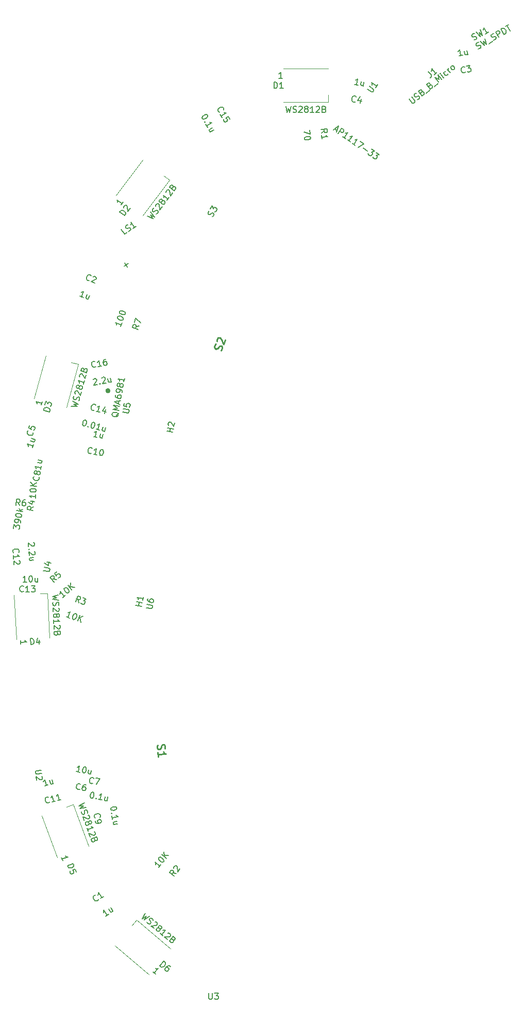
<source format=gto>
G04 #@! TF.GenerationSoftware,KiCad,Pcbnew,5.1.3-ffb9f22~84~ubuntu18.04.1*
G04 #@! TF.CreationDate,2019-10-26T21:40:40-04:00*
G04 #@! TF.ProjectId,swadge-banana,73776164-6765-42d6-9261-6e616e612e6b,rev?*
G04 #@! TF.SameCoordinates,Original*
G04 #@! TF.FileFunction,Legend,Top*
G04 #@! TF.FilePolarity,Positive*
%FSLAX46Y46*%
G04 Gerber Fmt 4.6, Leading zero omitted, Abs format (unit mm)*
G04 Created by KiCad (PCBNEW 5.1.3-ffb9f22~84~ubuntu18.04.1) date 2019-10-26 21:40:40*
%MOMM*%
%LPD*%
G04 APERTURE LIST*
%ADD10C,0.400000*%
%ADD11C,0.120000*%
%ADD12C,0.150000*%
%ADD13C,0.254000*%
G04 APERTURE END LIST*
D10*
X125296240Y-82944827D02*
G75*
G03X125296240Y-82944827I-200001J0D01*
G01*
D11*
X129821604Y-169857203D02*
X129082398Y-170738154D01*
X135413728Y-174549553D02*
X129821604Y-169857203D01*
X131878396Y-178762797D02*
X126286272Y-174070447D01*
X119410781Y-150879567D02*
X118330135Y-151272890D01*
X121907528Y-157739323D02*
X119410781Y-150879567D01*
X116739219Y-159620433D02*
X114242472Y-152760677D01*
X115155205Y-116211078D02*
X114006781Y-116271265D01*
X115537257Y-123501074D02*
X115155205Y-116211078D01*
X110044795Y-123788922D02*
X109662743Y-116498926D01*
X120200986Y-78586123D02*
X119090171Y-78288481D01*
X118311607Y-85637382D02*
X120200986Y-78586123D01*
X112999014Y-84213877D02*
X114888393Y-77162618D01*
X135217872Y-48314972D02*
X134299442Y-47622884D01*
X130824623Y-54145011D02*
X135217872Y-48314972D01*
X126432128Y-50835028D02*
X130825377Y-45004989D01*
X161280000Y-35530000D02*
X161280000Y-34380000D01*
X153980000Y-35530000D02*
X161280000Y-35530000D01*
X153980000Y-30030000D02*
X161280000Y-30030000D01*
D12*
X135771404Y-89754284D02*
X134786597Y-89580636D01*
X135255553Y-89663326D02*
X135354780Y-89100578D01*
X135870632Y-89191537D02*
X134885824Y-89017889D01*
X135054036Y-88612366D02*
X135015409Y-88557202D01*
X134985052Y-88455142D01*
X135026397Y-88220664D01*
X135089830Y-88135141D01*
X135144995Y-88096515D01*
X135247055Y-88066157D01*
X135340846Y-88082695D01*
X135473264Y-88154397D01*
X135936784Y-88816372D01*
X136044280Y-88206729D01*
X165743131Y-35462250D02*
X165687966Y-35500877D01*
X165539010Y-35522966D01*
X165445219Y-35506428D01*
X165312801Y-35434725D01*
X165235548Y-35324396D01*
X165205190Y-35222336D01*
X165191370Y-35026484D01*
X165216177Y-34885798D01*
X165296149Y-34706484D01*
X165359582Y-34620962D01*
X165469911Y-34543709D01*
X165618867Y-34521620D01*
X165712658Y-34538158D01*
X165845076Y-34609860D01*
X165883703Y-34665025D01*
X166686479Y-35048344D02*
X166570714Y-35704883D01*
X166518153Y-34631835D02*
X166159640Y-35293924D01*
X166769283Y-35401420D01*
X166223227Y-32739491D02*
X165660479Y-32640264D01*
X165941853Y-32689878D02*
X166115501Y-31705070D01*
X165996903Y-31829219D01*
X165886574Y-31906472D01*
X165784514Y-31936830D01*
X167183113Y-32231794D02*
X167067348Y-32888333D01*
X166761053Y-32157374D02*
X166670094Y-32673225D01*
X166700452Y-32775285D01*
X166785974Y-32838719D01*
X166926661Y-32863526D01*
X167028721Y-32833168D01*
X167083886Y-32794541D01*
X114517397Y-112491436D02*
X115314622Y-112632009D01*
X115416682Y-112601651D01*
X115471847Y-112563024D01*
X115535280Y-112477502D01*
X115568356Y-112289919D01*
X115537998Y-112187859D01*
X115499372Y-112132695D01*
X115413849Y-112069261D01*
X114616624Y-111928689D01*
X115102004Y-111095555D02*
X115758542Y-111211321D01*
X114685494Y-111263881D02*
X115347583Y-111622394D01*
X115455080Y-111012751D01*
X167714406Y-33410014D02*
X168377529Y-33874338D01*
X168482856Y-33889957D01*
X168549177Y-33878263D01*
X168642810Y-33827561D01*
X168752063Y-33671532D01*
X168767682Y-33566205D01*
X168755988Y-33499884D01*
X168705287Y-33406251D01*
X168042164Y-32941927D01*
X169434892Y-32696351D02*
X169107134Y-33164438D01*
X169271013Y-32930395D02*
X168451861Y-32356818D01*
X168514256Y-32516772D01*
X168537645Y-32649413D01*
X168522025Y-32754741D01*
X162352263Y-39919310D02*
X162742335Y-40192441D01*
X162110369Y-40098727D02*
X162956996Y-39470767D01*
X162656471Y-40481111D01*
X162929521Y-40672303D02*
X163503098Y-39853151D01*
X163815156Y-40071657D01*
X163865857Y-40165290D01*
X163877551Y-40231611D01*
X163861932Y-40336938D01*
X163779992Y-40453960D01*
X163686359Y-40504661D01*
X163620038Y-40516355D01*
X163514711Y-40500736D01*
X163202653Y-40282231D01*
X164177753Y-41546325D02*
X163709666Y-41218567D01*
X163943709Y-41382446D02*
X164517286Y-40563294D01*
X164357332Y-40625689D01*
X164224691Y-40649077D01*
X164119364Y-40633458D01*
X164957898Y-42092588D02*
X164489811Y-41764830D01*
X164723854Y-41928709D02*
X165297431Y-41109557D01*
X165137477Y-41171952D01*
X165004836Y-41195340D01*
X164899508Y-41179721D01*
X165738043Y-42638851D02*
X165269956Y-42311093D01*
X165503999Y-42474972D02*
X166077576Y-41655820D01*
X165917622Y-41718216D01*
X165784981Y-41741604D01*
X165679653Y-41725985D01*
X166584670Y-42010891D02*
X167130771Y-42393276D01*
X166206129Y-42966609D01*
X167087758Y-43118875D02*
X167711874Y-43555886D01*
X168379003Y-43267297D02*
X168886097Y-43622368D01*
X168394541Y-43743234D01*
X168511563Y-43825173D01*
X168562264Y-43918807D01*
X168573958Y-43985127D01*
X168558339Y-44090455D01*
X168421773Y-44285491D01*
X168328139Y-44336192D01*
X168261819Y-44347886D01*
X168156491Y-44332267D01*
X167922448Y-44168388D01*
X167871747Y-44074755D01*
X167860053Y-44008434D01*
X169159148Y-43813560D02*
X169666242Y-44168631D01*
X169174686Y-44289497D01*
X169291707Y-44371436D01*
X169342409Y-44465070D01*
X169354103Y-44531390D01*
X169338484Y-44636718D01*
X169201918Y-44831754D01*
X169108284Y-44882456D01*
X169041964Y-44894150D01*
X168936636Y-44878531D01*
X168702593Y-44714652D01*
X168651891Y-44621018D01*
X168640197Y-44554698D01*
X127529653Y-86468827D02*
X128326878Y-86609400D01*
X128428938Y-86579042D01*
X128484103Y-86540415D01*
X128547536Y-86454893D01*
X128580612Y-86267310D01*
X128550254Y-86165250D01*
X128511628Y-86110086D01*
X128426105Y-86046652D01*
X127628880Y-85906080D01*
X127794259Y-84968168D02*
X127711570Y-85437124D01*
X128172257Y-85566709D01*
X128133630Y-85511544D01*
X128103273Y-85409484D01*
X128144617Y-85175006D01*
X128208051Y-85089484D01*
X128263215Y-85050857D01*
X128365276Y-85020500D01*
X128599754Y-85061844D01*
X128685276Y-85125278D01*
X128723903Y-85180443D01*
X128754260Y-85282503D01*
X128712915Y-85516981D01*
X128649482Y-85602503D01*
X128594317Y-85641130D01*
X126926044Y-86580560D02*
X126862611Y-86666082D01*
X126752281Y-86743335D01*
X126586788Y-86859215D01*
X126523354Y-86944737D01*
X126506816Y-87038529D01*
X126749563Y-87032978D02*
X126686130Y-87118500D01*
X126575801Y-87195753D01*
X126379949Y-87209573D01*
X126051680Y-87151690D01*
X125872366Y-87071719D01*
X125795113Y-86961390D01*
X125764755Y-86859330D01*
X125797831Y-86671747D01*
X125861265Y-86586225D01*
X125971594Y-86508972D01*
X126167445Y-86495152D01*
X126495715Y-86553035D01*
X126675028Y-86633006D01*
X126752281Y-86743335D01*
X126782639Y-86845395D01*
X126749563Y-87032978D01*
X126898405Y-86188857D02*
X125913597Y-86015209D01*
X126674914Y-85810974D01*
X126029362Y-85358670D01*
X127014170Y-85532318D01*
X126807217Y-85060644D02*
X126889907Y-84591688D01*
X127072053Y-85204049D02*
X126145128Y-84702132D01*
X127187818Y-84547511D01*
X126335314Y-83623533D02*
X126302238Y-83811115D01*
X126332596Y-83913175D01*
X126371222Y-83968340D01*
X126495371Y-84086938D01*
X126674685Y-84166910D01*
X127049849Y-84233061D01*
X127151910Y-84202704D01*
X127207074Y-84164077D01*
X127270508Y-84078555D01*
X127303584Y-83890972D01*
X127273226Y-83788912D01*
X127234599Y-83733747D01*
X127149077Y-83670314D01*
X126914599Y-83628969D01*
X126812539Y-83659327D01*
X126757374Y-83697953D01*
X126693941Y-83783476D01*
X126660865Y-83971058D01*
X126691223Y-84073118D01*
X126729849Y-84128283D01*
X126815371Y-84191716D01*
X127419349Y-83234434D02*
X127452425Y-83046851D01*
X127422067Y-82944791D01*
X127383441Y-82889627D01*
X127259292Y-82771028D01*
X127079978Y-82691057D01*
X126704813Y-82624905D01*
X126602753Y-82655263D01*
X126547589Y-82693890D01*
X126484155Y-82779412D01*
X126451079Y-82966994D01*
X126481437Y-83069054D01*
X126520064Y-83124219D01*
X126605586Y-83187653D01*
X126840064Y-83228997D01*
X126942124Y-83198640D01*
X126997289Y-83160013D01*
X127060722Y-83074491D01*
X127093798Y-82886908D01*
X127063440Y-82784848D01*
X127024814Y-82729684D01*
X126939291Y-82666250D01*
X127038519Y-82103503D02*
X126975085Y-82189025D01*
X126919921Y-82227652D01*
X126817861Y-82258009D01*
X126770965Y-82249740D01*
X126685443Y-82186307D01*
X126646816Y-82131142D01*
X126616458Y-82029082D01*
X126649534Y-81841500D01*
X126712968Y-81755977D01*
X126768132Y-81717351D01*
X126870193Y-81686993D01*
X126917088Y-81695262D01*
X127002610Y-81758696D01*
X127041237Y-81813860D01*
X127071595Y-81915920D01*
X127038519Y-82103503D01*
X127068877Y-82205563D01*
X127107503Y-82260728D01*
X127193026Y-82324161D01*
X127380608Y-82357237D01*
X127482668Y-82326879D01*
X127537833Y-82288253D01*
X127601266Y-82202730D01*
X127634342Y-82015148D01*
X127603984Y-81913088D01*
X127565358Y-81857923D01*
X127479835Y-81794490D01*
X127292253Y-81761414D01*
X127190193Y-81791771D01*
X127135028Y-81830398D01*
X127071595Y-81915920D01*
X127832797Y-80889653D02*
X127733570Y-81452401D01*
X127783183Y-81171027D02*
X126798376Y-80997379D01*
X126922524Y-81115977D01*
X126999778Y-81226306D01*
X127030135Y-81328366D01*
X141678095Y-181847380D02*
X141678095Y-182656904D01*
X141725714Y-182752142D01*
X141773333Y-182799761D01*
X141868571Y-182847380D01*
X142059047Y-182847380D01*
X142154285Y-182799761D01*
X142201904Y-182752142D01*
X142249523Y-182656904D01*
X142249523Y-181847380D01*
X142630476Y-181847380D02*
X143249523Y-181847380D01*
X142916190Y-182228333D01*
X143059047Y-182228333D01*
X143154285Y-182275952D01*
X143201904Y-182323571D01*
X143249523Y-182418809D01*
X143249523Y-182656904D01*
X143201904Y-182752142D01*
X143154285Y-182799761D01*
X143059047Y-182847380D01*
X142773333Y-182847380D01*
X142678095Y-182799761D01*
X142630476Y-182752142D01*
X131382997Y-118562036D02*
X132180222Y-118702609D01*
X132282282Y-118672251D01*
X132337447Y-118633624D01*
X132400880Y-118548102D01*
X132433956Y-118360519D01*
X132403598Y-118258459D01*
X132364972Y-118203295D01*
X132279449Y-118139861D01*
X131482224Y-117999289D01*
X131639334Y-117108272D02*
X131606259Y-117295855D01*
X131636616Y-117397915D01*
X131675243Y-117453080D01*
X131799392Y-117571678D01*
X131978705Y-117651649D01*
X132353870Y-117717801D01*
X132455930Y-117687443D01*
X132511095Y-117648816D01*
X132574528Y-117563294D01*
X132607604Y-117375712D01*
X132577247Y-117273652D01*
X132538620Y-117218487D01*
X132453098Y-117155053D01*
X132218620Y-117113709D01*
X132116559Y-117144066D01*
X132061395Y-117182693D01*
X131997961Y-117268215D01*
X131964886Y-117455798D01*
X131995243Y-117557858D01*
X132033870Y-117613022D01*
X132119392Y-117676456D01*
X114180954Y-145241235D02*
X113375865Y-145325853D01*
X113286126Y-145383166D01*
X113243745Y-145435502D01*
X113206342Y-145535196D01*
X113226252Y-145724629D01*
X113283566Y-145814368D01*
X113335901Y-145856748D01*
X113435595Y-145894151D01*
X114240684Y-145809533D01*
X114190766Y-146245712D02*
X114243102Y-146288092D01*
X114300415Y-146377831D01*
X114325303Y-146614622D01*
X114287900Y-146714316D01*
X114245519Y-146766652D01*
X114155780Y-146823965D01*
X114061064Y-146833920D01*
X113914012Y-146801495D01*
X113285983Y-146292927D01*
X113350691Y-146908583D01*
X185267680Y-25338481D02*
X185415207Y-25308292D01*
X185621404Y-25189244D01*
X185680073Y-25100386D01*
X185697503Y-25035337D01*
X185691123Y-24929049D01*
X185643504Y-24846570D01*
X185554646Y-24787901D01*
X185489597Y-24770472D01*
X185383309Y-24776851D01*
X185194542Y-24830850D01*
X185088254Y-24837230D01*
X185023205Y-24819800D01*
X184934347Y-24761131D01*
X184886728Y-24678652D01*
X184880348Y-24572364D01*
X184897778Y-24507315D01*
X184956447Y-24418457D01*
X185162643Y-24299409D01*
X185310171Y-24269220D01*
X185575036Y-24061314D02*
X186281233Y-24808292D01*
X186089047Y-24094464D01*
X186611147Y-24617816D01*
X186317344Y-23632743D01*
X187600891Y-24046387D02*
X187106019Y-24332102D01*
X187353455Y-24189244D02*
X186853455Y-23323219D01*
X186842405Y-23494556D01*
X186807545Y-23624654D01*
X186748876Y-23713512D01*
X185971826Y-26798153D02*
X186119353Y-26767963D01*
X186325550Y-26648916D01*
X186384219Y-26560057D01*
X186401648Y-26495009D01*
X186395269Y-26388720D01*
X186347650Y-26306242D01*
X186258791Y-26247573D01*
X186193742Y-26230143D01*
X186087454Y-26236523D01*
X185898688Y-26290521D01*
X185792399Y-26296901D01*
X185727351Y-26279471D01*
X185638492Y-26220802D01*
X185590873Y-26138324D01*
X185584494Y-26032036D01*
X185601923Y-25966987D01*
X185660592Y-25878128D01*
X185866789Y-25759081D01*
X186014316Y-25728892D01*
X186279182Y-25520986D02*
X186985378Y-26267963D01*
X186793193Y-25554136D01*
X187315293Y-26077487D01*
X187021489Y-25092414D01*
X187692826Y-25969490D02*
X188352655Y-25588537D01*
X188446184Y-25369581D02*
X188593711Y-25339392D01*
X188799908Y-25220344D01*
X188858577Y-25131486D01*
X188876007Y-25066437D01*
X188869627Y-24960149D01*
X188822008Y-24877670D01*
X188733150Y-24819001D01*
X188668101Y-24801572D01*
X188561813Y-24807951D01*
X188373046Y-24861950D01*
X188266758Y-24868330D01*
X188201709Y-24850900D01*
X188112851Y-24792231D01*
X188065232Y-24709752D01*
X188058852Y-24603464D01*
X188076282Y-24538415D01*
X188134951Y-24449557D01*
X188341147Y-24330509D01*
X188488675Y-24300320D01*
X189336019Y-24910821D02*
X188836019Y-24044795D01*
X189165933Y-23854319D01*
X189272221Y-23847939D01*
X189337270Y-23865369D01*
X189426129Y-23924038D01*
X189497557Y-24047756D01*
X189503937Y-24154044D01*
X189486507Y-24219093D01*
X189427838Y-24307951D01*
X189097924Y-24498427D01*
X190202044Y-24410821D02*
X189702044Y-23544795D01*
X189908241Y-23425747D01*
X190055768Y-23395558D01*
X190185866Y-23430418D01*
X190274724Y-23489087D01*
X190411202Y-23630235D01*
X190482630Y-23753952D01*
X190536629Y-23942719D01*
X190543009Y-24049007D01*
X190508149Y-24179105D01*
X190408241Y-24291773D01*
X190202044Y-24410821D01*
X190444352Y-23116224D02*
X190939223Y-22830509D01*
X191191788Y-23839392D02*
X190691788Y-22973367D01*
D13*
X143663458Y-76360198D02*
X143782339Y-76210395D01*
X143885760Y-75926249D01*
X143870299Y-75791907D01*
X143834154Y-75714394D01*
X143741180Y-75616197D01*
X143627522Y-75574829D01*
X143493180Y-75590290D01*
X143415667Y-75626435D01*
X143317469Y-75719409D01*
X143177904Y-75926041D01*
X143079707Y-76019015D01*
X143002194Y-76055160D01*
X142867852Y-76070621D01*
X142754194Y-76029252D01*
X142661220Y-75931055D01*
X142625075Y-75853542D01*
X142609614Y-75719200D01*
X142713034Y-75435055D01*
X142831915Y-75285252D01*
X143054217Y-74851304D02*
X143018072Y-74773791D01*
X143002611Y-74639448D01*
X143106032Y-74355303D01*
X143204229Y-74262329D01*
X143281742Y-74226184D01*
X143416084Y-74210723D01*
X143529742Y-74252092D01*
X143679545Y-74370973D01*
X144113285Y-75301130D01*
X144382177Y-74562353D01*
X133254147Y-141103521D02*
X133209714Y-141289530D01*
X133236068Y-141590760D01*
X133306856Y-141705981D01*
X133372373Y-141760957D01*
X133498136Y-141810661D01*
X133618628Y-141800119D01*
X133733849Y-141729331D01*
X133788824Y-141663815D01*
X133838529Y-141538052D01*
X133877691Y-141291797D01*
X133927396Y-141166034D01*
X133982371Y-141100517D01*
X134097592Y-141029729D01*
X134218084Y-141019187D01*
X134343847Y-141068892D01*
X134409364Y-141123867D01*
X134480152Y-141239088D01*
X134506506Y-141540318D01*
X134462073Y-141726327D01*
X133362568Y-143036666D02*
X133299318Y-142313713D01*
X133330943Y-142675189D02*
X134596111Y-142564501D01*
X134404831Y-142459822D01*
X134273797Y-142349871D01*
X134203009Y-142234650D01*
D12*
X142284626Y-54357105D02*
X142397294Y-54257197D01*
X142516342Y-54051000D01*
X142522721Y-53944712D01*
X142505292Y-53879663D01*
X142446623Y-53790805D01*
X142364144Y-53743186D01*
X142257856Y-53736806D01*
X142192807Y-53754236D01*
X142103949Y-53812905D01*
X141967471Y-53954053D01*
X141878613Y-54012722D01*
X141813564Y-54030152D01*
X141707276Y-54023772D01*
X141624797Y-53976153D01*
X141566128Y-53887295D01*
X141548698Y-53822246D01*
X141555078Y-53715958D01*
X141674126Y-53509761D01*
X141786794Y-53409853D01*
X141912221Y-53097368D02*
X142221745Y-52561257D01*
X142384993Y-53040408D01*
X142456421Y-52916691D01*
X142545280Y-52858021D01*
X142610328Y-52840592D01*
X142716617Y-52846971D01*
X142922813Y-52966019D01*
X142981482Y-53054877D01*
X142998912Y-53119926D01*
X142992532Y-53226214D01*
X142849675Y-53473650D01*
X142760817Y-53532319D01*
X142695768Y-53549749D01*
X130261855Y-72325427D02*
X129700376Y-72475791D01*
X130066415Y-72862395D02*
X129126722Y-72520374D01*
X129257016Y-72162396D01*
X129334336Y-72089188D01*
X129395370Y-72060728D01*
X129501152Y-72048554D01*
X129635393Y-72097414D01*
X129708601Y-72174735D01*
X129737062Y-72235768D01*
X129749236Y-72341550D01*
X129618942Y-72699528D01*
X129436169Y-71670176D02*
X129664183Y-71043715D01*
X130457295Y-71788460D01*
X127403325Y-71817096D02*
X127207885Y-72354063D01*
X127305605Y-72085579D02*
X126365912Y-71743559D01*
X126467581Y-71881914D01*
X126524502Y-72003982D01*
X126536676Y-72109763D01*
X126675359Y-70893361D02*
X126707933Y-70803866D01*
X126785253Y-70730659D01*
X126846287Y-70702198D01*
X126952068Y-70690024D01*
X127147344Y-70710424D01*
X127371080Y-70791857D01*
X127533783Y-70901751D01*
X127606991Y-70979071D01*
X127635451Y-71040105D01*
X127647625Y-71145887D01*
X127615052Y-71235381D01*
X127537731Y-71308589D01*
X127476697Y-71337050D01*
X127370916Y-71349224D01*
X127175640Y-71328824D01*
X126951904Y-71247391D01*
X126789202Y-71137497D01*
X126715994Y-71060176D01*
X126687533Y-70999142D01*
X126675359Y-70893361D01*
X127001093Y-69998416D02*
X127033666Y-69908921D01*
X127110987Y-69835713D01*
X127172021Y-69807253D01*
X127277802Y-69795079D01*
X127473078Y-69815478D01*
X127696814Y-69896912D01*
X127859516Y-70006806D01*
X127932724Y-70084126D01*
X127961185Y-70145160D01*
X127973359Y-70250941D01*
X127940785Y-70340436D01*
X127863465Y-70413644D01*
X127802431Y-70442104D01*
X127696650Y-70454278D01*
X127501374Y-70433879D01*
X127277637Y-70352445D01*
X127114935Y-70242551D01*
X127041727Y-70165231D01*
X127013267Y-70104197D01*
X127001093Y-69998416D01*
X112916566Y-102042689D02*
X112389728Y-102288269D01*
X112817339Y-102605437D02*
X111832531Y-102431788D01*
X111898683Y-102056624D01*
X111962116Y-101971101D01*
X112017281Y-101932475D01*
X112119341Y-101902117D01*
X112260028Y-101926924D01*
X112345550Y-101990357D01*
X112384177Y-102045522D01*
X112414534Y-102147582D01*
X112348383Y-102522747D01*
X112408869Y-101082803D02*
X113065408Y-101198568D01*
X111992360Y-101251129D02*
X112654449Y-101609642D01*
X112761945Y-100999999D01*
X109558877Y-105521384D02*
X109666373Y-104911741D01*
X109983656Y-105306162D01*
X110008462Y-105165475D01*
X110071896Y-105079952D01*
X110127061Y-105041326D01*
X110229121Y-105010968D01*
X110463599Y-105052313D01*
X110549121Y-105115746D01*
X110587748Y-105170911D01*
X110618105Y-105272971D01*
X110568492Y-105554345D01*
X110505058Y-105639867D01*
X110449893Y-105678494D01*
X110733871Y-104616433D02*
X110766947Y-104428850D01*
X110736589Y-104326790D01*
X110697962Y-104271626D01*
X110573813Y-104153027D01*
X110394500Y-104073056D01*
X110019335Y-104006904D01*
X109917275Y-104037262D01*
X109862110Y-104075889D01*
X109798677Y-104161411D01*
X109765601Y-104348993D01*
X109795959Y-104451054D01*
X109834585Y-104506218D01*
X109920108Y-104569652D01*
X110154586Y-104610996D01*
X110256646Y-104580639D01*
X110311810Y-104542012D01*
X110375244Y-104456490D01*
X110408320Y-104268907D01*
X110377962Y-104166847D01*
X110339335Y-104111683D01*
X110253813Y-104048249D01*
X109939249Y-103364186D02*
X109955787Y-103270394D01*
X110019221Y-103184872D01*
X110074385Y-103146245D01*
X110176445Y-103115888D01*
X110372297Y-103102068D01*
X110606775Y-103143413D01*
X110786088Y-103223384D01*
X110871610Y-103286818D01*
X110910237Y-103341982D01*
X110940595Y-103444043D01*
X110924057Y-103537834D01*
X110860623Y-103623356D01*
X110805459Y-103661983D01*
X110703399Y-103692340D01*
X110507547Y-103706160D01*
X110273069Y-103664815D01*
X110093756Y-103584844D01*
X110008233Y-103521410D01*
X109969607Y-103466246D01*
X109939249Y-103364186D01*
X111056360Y-102787504D02*
X110071552Y-102613856D01*
X110697733Y-102627561D02*
X111122512Y-102412339D01*
X110465973Y-102296574D02*
X110774987Y-102737890D01*
X160184372Y-40623762D02*
X160629699Y-40250194D01*
X160134569Y-40054508D02*
X161130763Y-39967352D01*
X161163966Y-40346855D01*
X161124828Y-40445880D01*
X161081541Y-40497469D01*
X160990815Y-40553207D01*
X160848502Y-40565658D01*
X160749476Y-40526521D01*
X160697888Y-40483233D01*
X160642149Y-40392508D01*
X160608947Y-40013005D01*
X160267378Y-41572519D02*
X160217574Y-41003264D01*
X160242476Y-41287891D02*
X161238671Y-41200736D01*
X161088056Y-41118311D01*
X160984880Y-41031736D01*
X160929142Y-40941010D01*
X158275422Y-40145461D02*
X158333526Y-40809591D01*
X157299979Y-40469806D01*
X158383329Y-41378845D02*
X158391630Y-41473721D01*
X158352492Y-41572747D01*
X158309205Y-41624335D01*
X158218479Y-41680073D01*
X158032878Y-41744112D01*
X157795689Y-41764863D01*
X157601787Y-41734027D01*
X157502762Y-41694889D01*
X157451173Y-41651602D01*
X157395435Y-41560876D01*
X157387134Y-41466001D01*
X157426272Y-41366975D01*
X157469559Y-41315387D01*
X157560285Y-41259648D01*
X157745886Y-41195609D01*
X157983075Y-41174858D01*
X158176977Y-41205695D01*
X158276003Y-41244832D01*
X158327591Y-41288120D01*
X158383329Y-41378845D01*
X110602182Y-101789652D02*
X110302878Y-101291370D01*
X110032146Y-101749792D02*
X110101902Y-100752228D01*
X110481927Y-100778801D01*
X110573611Y-100832948D01*
X110617792Y-100883773D01*
X110658652Y-100982101D01*
X110648687Y-101124610D01*
X110594540Y-101216294D01*
X110543715Y-101260475D01*
X110445387Y-101301335D01*
X110065363Y-101274761D01*
X111526994Y-100851880D02*
X111336981Y-100838593D01*
X111238654Y-100879452D01*
X111187829Y-100923634D01*
X111082858Y-101059499D01*
X111022068Y-101246190D01*
X110995494Y-101626214D01*
X111036353Y-101724542D01*
X111080535Y-101775367D01*
X111172219Y-101829513D01*
X111362231Y-101842800D01*
X111460559Y-101801941D01*
X111511384Y-101757759D01*
X111565530Y-101666075D01*
X111582139Y-101428560D01*
X111541279Y-101330232D01*
X111497098Y-101279407D01*
X111405414Y-101225261D01*
X111215402Y-101211974D01*
X111117074Y-101252833D01*
X111066249Y-101297014D01*
X111012102Y-101388699D01*
X113254630Y-99995102D02*
X113214769Y-100565139D01*
X113234700Y-100280121D02*
X112237136Y-100210364D01*
X112373001Y-100315335D01*
X112461364Y-100416985D01*
X112502224Y-100515313D01*
X112300249Y-99307806D02*
X112306892Y-99212800D01*
X112361039Y-99121116D01*
X112411864Y-99076934D01*
X112510191Y-99036075D01*
X112703525Y-99001859D01*
X112941041Y-99018467D01*
X113127731Y-99079257D01*
X113219415Y-99133404D01*
X113263597Y-99184229D01*
X113304456Y-99282556D01*
X113297813Y-99377563D01*
X113243666Y-99469247D01*
X113192842Y-99513428D01*
X113094514Y-99554288D01*
X112901180Y-99588504D01*
X112663665Y-99571895D01*
X112476974Y-99511105D01*
X112385290Y-99456959D01*
X112341108Y-99406134D01*
X112300249Y-99307806D01*
X113350961Y-98617514D02*
X112353397Y-98547757D01*
X113390822Y-98047477D02*
X112790889Y-98435144D01*
X112393257Y-97977721D02*
X112923433Y-98587618D01*
X116675119Y-113979971D02*
X116113682Y-113829450D01*
X116237380Y-114347278D02*
X115594592Y-113581233D01*
X115886418Y-113336362D01*
X115989984Y-113311622D01*
X116057071Y-113317492D01*
X116154767Y-113359839D01*
X116246594Y-113469274D01*
X116271334Y-113572840D01*
X116265464Y-113639927D01*
X116223117Y-113737623D01*
X115931290Y-113982495D01*
X116725420Y-112632356D02*
X116360636Y-112938446D01*
X116630247Y-113333838D01*
X116636117Y-113266751D01*
X116678465Y-113169054D01*
X116860856Y-113016010D01*
X116964422Y-112991270D01*
X117031509Y-112997140D01*
X117129205Y-113039487D01*
X117282250Y-113221879D01*
X117306989Y-113325444D01*
X117301120Y-113392532D01*
X117258772Y-113490228D01*
X117076381Y-113643272D01*
X116972815Y-113668012D01*
X116905728Y-113662143D01*
X118112230Y-116507557D02*
X117674490Y-116874864D01*
X117893360Y-116691211D02*
X117250572Y-115925166D01*
X117269443Y-116095819D01*
X117257704Y-116229993D01*
X117215356Y-116327690D01*
X117943660Y-115343596D02*
X118016617Y-115282379D01*
X118120182Y-115257639D01*
X118187270Y-115263508D01*
X118284966Y-115305856D01*
X118443880Y-115421160D01*
X118596925Y-115603552D01*
X118682882Y-115780074D01*
X118707622Y-115883640D01*
X118701752Y-115950727D01*
X118659405Y-116048423D01*
X118586448Y-116109641D01*
X118482882Y-116134380D01*
X118415795Y-116128511D01*
X118318099Y-116086163D01*
X118159185Y-115970859D01*
X118006140Y-115788467D01*
X117920183Y-115611945D01*
X117895443Y-115508380D01*
X117901313Y-115441293D01*
X117943660Y-115343596D01*
X119170101Y-115619898D02*
X118527313Y-114853853D01*
X119607841Y-115252591D02*
X118912229Y-115090331D01*
X118965053Y-114486546D02*
X118894620Y-115291593D01*
X120312742Y-117754994D02*
X120162378Y-117193515D01*
X119775774Y-117559554D02*
X120117795Y-116619861D01*
X120475773Y-116750155D01*
X120548981Y-116827475D01*
X120577441Y-116888509D01*
X120589615Y-116994291D01*
X120540755Y-117128532D01*
X120463434Y-117201740D01*
X120402401Y-117230201D01*
X120296619Y-117242375D01*
X119938641Y-117112081D01*
X120967993Y-116929308D02*
X121549707Y-117141035D01*
X121106183Y-117385006D01*
X121240425Y-117433866D01*
X121313633Y-117511187D01*
X121342093Y-117572221D01*
X121354267Y-117678002D01*
X121272834Y-117901739D01*
X121195513Y-117974946D01*
X121134479Y-118003407D01*
X121028698Y-118015581D01*
X120760214Y-117917861D01*
X120687006Y-117840540D01*
X120658546Y-117779506D01*
X118842344Y-120263361D02*
X118305377Y-120067921D01*
X118573860Y-120165641D02*
X118915880Y-119225948D01*
X118777526Y-119327617D01*
X118655458Y-119384538D01*
X118549677Y-119396712D01*
X119766078Y-119535395D02*
X119855573Y-119567968D01*
X119928781Y-119645289D01*
X119957241Y-119706323D01*
X119969415Y-119812104D01*
X119949016Y-120007380D01*
X119867582Y-120231116D01*
X119757689Y-120393819D01*
X119680368Y-120467026D01*
X119619334Y-120495487D01*
X119513553Y-120507661D01*
X119424058Y-120475088D01*
X119350850Y-120397767D01*
X119322390Y-120336733D01*
X119310216Y-120230952D01*
X119330615Y-120035676D01*
X119412049Y-119811940D01*
X119521943Y-119649237D01*
X119599263Y-119576029D01*
X119660297Y-119547569D01*
X119766078Y-119535395D01*
X120140014Y-120735674D02*
X120482035Y-119795982D01*
X120676982Y-120931114D02*
X120469696Y-120247567D01*
X121019002Y-119991422D02*
X120286595Y-120332949D01*
X136341051Y-162206124D02*
X135762006Y-162155383D01*
X135973744Y-162643864D02*
X135207699Y-162001077D01*
X135452571Y-161709250D01*
X135550267Y-161666902D01*
X135617354Y-161661033D01*
X135720920Y-161685773D01*
X135830355Y-161777599D01*
X135872703Y-161875296D01*
X135878572Y-161942383D01*
X135853832Y-162045948D01*
X135608961Y-162337775D01*
X135892835Y-161332728D02*
X135886965Y-161265641D01*
X135911705Y-161162075D01*
X136064750Y-160979684D01*
X136162446Y-160937336D01*
X136229533Y-160931467D01*
X136333099Y-160956206D01*
X136406055Y-161017424D01*
X136484881Y-161145729D01*
X136555314Y-161950776D01*
X136953230Y-161476558D01*
X133813465Y-160769014D02*
X133446158Y-161206754D01*
X133629811Y-160987884D02*
X132863767Y-160345096D01*
X132911984Y-160509879D01*
X132923723Y-160644054D01*
X132898983Y-160747619D01*
X133445337Y-159652008D02*
X133506554Y-159579052D01*
X133604251Y-159536704D01*
X133671338Y-159530835D01*
X133774903Y-159555574D01*
X133951426Y-159641532D01*
X134133817Y-159794576D01*
X134249121Y-159953490D01*
X134291469Y-160051186D01*
X134297338Y-160118274D01*
X134272599Y-160221839D01*
X134211381Y-160294796D01*
X134113685Y-160337144D01*
X134046598Y-160343013D01*
X133943032Y-160318273D01*
X133766510Y-160232316D01*
X133584118Y-160079271D01*
X133468814Y-159920357D01*
X133426466Y-159822661D01*
X133420597Y-159755574D01*
X133445337Y-159652008D01*
X134701124Y-159711143D02*
X133935080Y-159068355D01*
X135068431Y-159273403D02*
X134355211Y-159234401D01*
X134302387Y-158630616D02*
X134372819Y-159435663D01*
X128240904Y-56961811D02*
X127850831Y-57234943D01*
X127277255Y-56415791D01*
X128447634Y-56758925D02*
X128591969Y-56715993D01*
X128787005Y-56579427D01*
X128837706Y-56485793D01*
X128849401Y-56419473D01*
X128833781Y-56314145D01*
X128779155Y-56236131D01*
X128685522Y-56185429D01*
X128619201Y-56173735D01*
X128513874Y-56189354D01*
X128330531Y-56259600D01*
X128225204Y-56275219D01*
X128158883Y-56263525D01*
X128065250Y-56212823D01*
X128010623Y-56134809D01*
X127995004Y-56029481D01*
X128006698Y-55963161D01*
X128057400Y-55869527D01*
X128252436Y-55732961D01*
X128396771Y-55690029D01*
X129723179Y-55923911D02*
X129255092Y-56251669D01*
X129489135Y-56087790D02*
X128915559Y-55268638D01*
X128919484Y-55440286D01*
X128896096Y-55572927D01*
X128845395Y-55666560D01*
X127788835Y-62502106D02*
X128412951Y-62065095D01*
X128319399Y-62595658D02*
X127882388Y-61971542D01*
X177743848Y-30532709D02*
X178202982Y-31079883D01*
X178258330Y-31219927D01*
X178246591Y-31354101D01*
X178167765Y-31482407D01*
X178094809Y-31543624D01*
X179152680Y-30655965D02*
X178714940Y-31023273D01*
X178933810Y-30839619D02*
X178291022Y-30073575D01*
X178309892Y-30244227D01*
X178298154Y-30378402D01*
X178255806Y-30476098D01*
X174557557Y-35063348D02*
X175077908Y-35683479D01*
X175175605Y-35725827D01*
X175242692Y-35731696D01*
X175346257Y-35706956D01*
X175492171Y-35584521D01*
X175534518Y-35486824D01*
X175540388Y-35419737D01*
X175515648Y-35316172D01*
X174995296Y-34696040D01*
X175935780Y-35150126D02*
X176075824Y-35094778D01*
X176258215Y-34941733D01*
X176300563Y-34844037D01*
X176306432Y-34776950D01*
X176281693Y-34673384D01*
X176220475Y-34600427D01*
X176122779Y-34558080D01*
X176055691Y-34552210D01*
X175952126Y-34576950D01*
X175775604Y-34662907D01*
X175672038Y-34687647D01*
X175604951Y-34681778D01*
X175507255Y-34639430D01*
X175446037Y-34566473D01*
X175421297Y-34462908D01*
X175427167Y-34395821D01*
X175469514Y-34298124D01*
X175651906Y-34145080D01*
X175791950Y-34089731D01*
X176651083Y-33928293D02*
X176791127Y-33872944D01*
X176858214Y-33878814D01*
X176955910Y-33921162D01*
X177047737Y-34030596D01*
X177072477Y-34134162D01*
X177066607Y-34201249D01*
X177024260Y-34298945D01*
X176732433Y-34543817D01*
X176089646Y-33777772D01*
X176344994Y-33563510D01*
X176448559Y-33538770D01*
X176515646Y-33544640D01*
X176613343Y-33586987D01*
X176674560Y-33659944D01*
X176699300Y-33763510D01*
X176693431Y-33830597D01*
X176651083Y-33928293D01*
X176395735Y-34142556D01*
X177377304Y-34127031D02*
X177960957Y-33637288D01*
X178000780Y-32795762D02*
X178140824Y-32740414D01*
X178207911Y-32746283D01*
X178305608Y-32788631D01*
X178397434Y-32898066D01*
X178422174Y-33001631D01*
X178416305Y-33068719D01*
X178373957Y-33166415D01*
X178082130Y-33411286D01*
X177439343Y-32645242D01*
X177694691Y-32430979D01*
X177798257Y-32406240D01*
X177865344Y-32412109D01*
X177963040Y-32454457D01*
X178024258Y-32527413D01*
X178048997Y-32630979D01*
X178043128Y-32698066D01*
X178000780Y-32795762D01*
X177745432Y-33010025D01*
X178727001Y-32994500D02*
X179310654Y-32504757D01*
X179431828Y-32278756D02*
X178789040Y-31512711D01*
X179503522Y-31845623D01*
X179299736Y-31084186D01*
X179942524Y-31850231D01*
X180307307Y-31544141D02*
X179878782Y-31033445D01*
X179664520Y-30778097D02*
X179658650Y-30845184D01*
X179725737Y-30851054D01*
X179731607Y-30783966D01*
X179664520Y-30778097D01*
X179725737Y-30851054D01*
X180969786Y-30926093D02*
X180927438Y-31023790D01*
X180781525Y-31146225D01*
X180677960Y-31170965D01*
X180610872Y-31165095D01*
X180513176Y-31122748D01*
X180329523Y-30903878D01*
X180304783Y-30800312D01*
X180310652Y-30733225D01*
X180353000Y-30635529D01*
X180498913Y-30513093D01*
X180602479Y-30488354D01*
X181328700Y-30687091D02*
X180900175Y-30176395D01*
X181022610Y-30322308D02*
X180997871Y-30218743D01*
X181003740Y-30151655D01*
X181046088Y-30053959D01*
X181119045Y-29992741D01*
X181912353Y-30197348D02*
X181808787Y-30222088D01*
X181741700Y-30216218D01*
X181644004Y-30173871D01*
X181460350Y-29955001D01*
X181435611Y-29851435D01*
X181441480Y-29784348D01*
X181483828Y-29686652D01*
X181593263Y-29594825D01*
X181696828Y-29570086D01*
X181763915Y-29575955D01*
X181861611Y-29618303D01*
X182045265Y-29837173D01*
X182070005Y-29940738D01*
X182064135Y-30007825D01*
X182021788Y-30105522D01*
X181912353Y-30197348D01*
X130663204Y-118353884D02*
X129678397Y-118180236D01*
X130147353Y-118262926D02*
X130246580Y-117700178D01*
X130762432Y-117791137D02*
X129777624Y-117617489D01*
X130936080Y-116806329D02*
X130836853Y-117369077D01*
X130886466Y-117087703D02*
X129901659Y-116914055D01*
X130025807Y-117032653D01*
X130103061Y-117142982D01*
X130133418Y-117245042D01*
X133643801Y-177372105D02*
X134286588Y-176606060D01*
X134468980Y-176759105D01*
X134547806Y-176887410D01*
X134559545Y-177021585D01*
X134534805Y-177125150D01*
X134448848Y-177301672D01*
X134357021Y-177411107D01*
X134198107Y-177526412D01*
X134100411Y-177568759D01*
X133966236Y-177580498D01*
X133826192Y-177525150D01*
X133643801Y-177372105D01*
X135380938Y-177524329D02*
X135235024Y-177401893D01*
X135131459Y-177377153D01*
X135064372Y-177383023D01*
X134899588Y-177431240D01*
X134740674Y-177546544D01*
X134495803Y-177838370D01*
X134471063Y-177941936D01*
X134476933Y-178009023D01*
X134519280Y-178106719D01*
X134665193Y-178229155D01*
X134768759Y-178253895D01*
X134835846Y-178248025D01*
X134933542Y-178205678D01*
X135086587Y-178023286D01*
X135111327Y-177919721D01*
X135105457Y-177852633D01*
X135063110Y-177754937D01*
X134917196Y-177632501D01*
X134813631Y-177607762D01*
X134746544Y-177613631D01*
X134648847Y-177655979D01*
X131237910Y-168699000D02*
X130777514Y-169618089D01*
X131382561Y-169193350D01*
X131069340Y-169862961D01*
X131894519Y-169249961D01*
X131537689Y-170193790D02*
X131616515Y-170322095D01*
X131798906Y-170475139D01*
X131902472Y-170499879D01*
X131969559Y-170494010D01*
X132067255Y-170451662D01*
X132128473Y-170378705D01*
X132153213Y-170275140D01*
X132147343Y-170208052D01*
X132104996Y-170110356D01*
X131989691Y-169951442D01*
X131947344Y-169853746D01*
X131941474Y-169786659D01*
X131966214Y-169683093D01*
X132027432Y-169610137D01*
X132125128Y-169567789D01*
X132192215Y-169561920D01*
X132295781Y-169586659D01*
X132478172Y-169739704D01*
X132556998Y-169868009D01*
X132818216Y-170149359D02*
X132885303Y-170143489D01*
X132988869Y-170168229D01*
X133171260Y-170321274D01*
X133213608Y-170418970D01*
X133219477Y-170486057D01*
X133194738Y-170589623D01*
X133133520Y-170662579D01*
X133005215Y-170741405D01*
X132200168Y-170811838D01*
X132674386Y-171209754D01*
X133479433Y-171139321D02*
X133437085Y-171041625D01*
X133431216Y-170974538D01*
X133455955Y-170870972D01*
X133486564Y-170834494D01*
X133584260Y-170792146D01*
X133651348Y-170786277D01*
X133754913Y-170811017D01*
X133900826Y-170933452D01*
X133943174Y-171031148D01*
X133949043Y-171098236D01*
X133924304Y-171201801D01*
X133893695Y-171238280D01*
X133795999Y-171280627D01*
X133728911Y-171286497D01*
X133625346Y-171261757D01*
X133479433Y-171139321D01*
X133375867Y-171114582D01*
X133308780Y-171120451D01*
X133211084Y-171162799D01*
X133088648Y-171308712D01*
X133063908Y-171412278D01*
X133069778Y-171479365D01*
X133112125Y-171577061D01*
X133258039Y-171699497D01*
X133361604Y-171724236D01*
X133428691Y-171718367D01*
X133526388Y-171676019D01*
X133648823Y-171530106D01*
X133673563Y-171426540D01*
X133667694Y-171359453D01*
X133625346Y-171261757D01*
X134133518Y-172434111D02*
X133695778Y-172066804D01*
X133914648Y-172250457D02*
X134557436Y-171484413D01*
X134392652Y-171532630D01*
X134258478Y-171544369D01*
X134154912Y-171519629D01*
X135006914Y-171985895D02*
X135074002Y-171980025D01*
X135177567Y-172004765D01*
X135359959Y-172157810D01*
X135402306Y-172255506D01*
X135408176Y-172322593D01*
X135383436Y-172426159D01*
X135322218Y-172499115D01*
X135193913Y-172577941D01*
X134388866Y-172648374D01*
X134863084Y-173046290D01*
X135783435Y-173134771D02*
X135862261Y-173263076D01*
X135868131Y-173330164D01*
X135843391Y-173433729D01*
X135751564Y-173543164D01*
X135653868Y-173585512D01*
X135586781Y-173591381D01*
X135483215Y-173566642D01*
X135191389Y-173321770D01*
X135834177Y-172555726D01*
X136089525Y-172769988D01*
X136131872Y-172867684D01*
X136137742Y-172934772D01*
X136113002Y-173038337D01*
X136051784Y-173111294D01*
X135954088Y-173153642D01*
X135887001Y-173159511D01*
X135783435Y-173134771D01*
X135528087Y-172920509D01*
X132928708Y-178733437D02*
X132490969Y-178366130D01*
X132709839Y-178549783D02*
X133352626Y-177783739D01*
X133187843Y-177831956D01*
X133053668Y-177843695D01*
X132950103Y-177818955D01*
X118470249Y-160895762D02*
X119409942Y-160553742D01*
X119491375Y-160777478D01*
X119495488Y-160928007D01*
X119438567Y-161050075D01*
X119365359Y-161127395D01*
X119202656Y-161237289D01*
X119068415Y-161286149D01*
X118873139Y-161306549D01*
X118767358Y-161294375D01*
X118645290Y-161237454D01*
X118551682Y-161119499D01*
X118470249Y-160895762D01*
X119914829Y-161940907D02*
X119751962Y-161493435D01*
X119288202Y-161611554D01*
X119349236Y-161640015D01*
X119426557Y-161713223D01*
X119507990Y-161936959D01*
X119495816Y-162042740D01*
X119467356Y-162103774D01*
X119394148Y-162181095D01*
X119170412Y-162262528D01*
X119064630Y-162250354D01*
X119003596Y-162221894D01*
X118926276Y-162148686D01*
X118844843Y-161924949D01*
X118857016Y-161819168D01*
X118885477Y-161758134D01*
X121216439Y-150584686D02*
X120358180Y-151150442D01*
X121094536Y-151085131D01*
X120488473Y-151508420D01*
X121509599Y-151390136D01*
X120728661Y-152029101D02*
X120732774Y-152179629D01*
X120814207Y-152403366D01*
X120891527Y-152476573D01*
X120952561Y-152505034D01*
X121058343Y-152517208D01*
X121147837Y-152484635D01*
X121221045Y-152407314D01*
X121249506Y-152346280D01*
X121261680Y-152240499D01*
X121241280Y-152045223D01*
X121253454Y-151939442D01*
X121281915Y-151878408D01*
X121355123Y-151801087D01*
X121444617Y-151768514D01*
X121550398Y-151780688D01*
X121611432Y-151809149D01*
X121688753Y-151882356D01*
X121770186Y-152106093D01*
X121774299Y-152256621D01*
X121859845Y-152630886D02*
X121920879Y-152659347D01*
X121998200Y-152732555D01*
X122079633Y-152956291D01*
X122067459Y-153062072D01*
X122038998Y-153123106D01*
X121965791Y-153200427D01*
X121876296Y-153233000D01*
X121725768Y-153237113D01*
X120993360Y-152895586D01*
X121205087Y-153477300D01*
X121937494Y-153818827D02*
X121949668Y-153713046D01*
X121978129Y-153652012D01*
X122051337Y-153574691D01*
X122096084Y-153558405D01*
X122201865Y-153570579D01*
X122262899Y-153599039D01*
X122340220Y-153672247D01*
X122405366Y-153851236D01*
X122393193Y-153957017D01*
X122364732Y-154018051D01*
X122291524Y-154095372D01*
X122246777Y-154111659D01*
X122140996Y-154099485D01*
X122079962Y-154071024D01*
X122002641Y-153997816D01*
X121937494Y-153818827D01*
X121860174Y-153745619D01*
X121799140Y-153717159D01*
X121693359Y-153704985D01*
X121514369Y-153770131D01*
X121441162Y-153847452D01*
X121412701Y-153908486D01*
X121400527Y-154014267D01*
X121465674Y-154193256D01*
X121542994Y-154266464D01*
X121604028Y-154294925D01*
X121709810Y-154307099D01*
X121888799Y-154241952D01*
X121962007Y-154164631D01*
X121990467Y-154103597D01*
X122002641Y-153997816D01*
X121856554Y-155267191D02*
X121661114Y-154730224D01*
X121758834Y-154998707D02*
X122698527Y-154656687D01*
X122531711Y-154616052D01*
X122409644Y-154559131D01*
X122332323Y-154485923D01*
X122837045Y-155315722D02*
X122898079Y-155344183D01*
X122975400Y-155417391D01*
X123056833Y-155641127D01*
X123044659Y-155746908D01*
X123016199Y-155807942D01*
X122942991Y-155885263D01*
X122853496Y-155917836D01*
X122702968Y-155921949D01*
X121970561Y-155580422D01*
X122182287Y-156162136D01*
X122935094Y-156698939D02*
X122939207Y-156849467D01*
X122910746Y-156910501D01*
X122837538Y-156987822D01*
X122703297Y-157036682D01*
X122597515Y-157024508D01*
X122536482Y-156996048D01*
X122459161Y-156922840D01*
X122328868Y-156564862D01*
X123268560Y-156222841D01*
X123382567Y-156536072D01*
X123370393Y-156641853D01*
X123341932Y-156702887D01*
X123268724Y-156780208D01*
X123179230Y-156812781D01*
X123073449Y-156800607D01*
X123012415Y-156772147D01*
X122935094Y-156698939D01*
X122821087Y-156385708D01*
X117663495Y-160120164D02*
X117468055Y-159583196D01*
X117565775Y-159851680D02*
X118505468Y-159509660D01*
X118338653Y-159469025D01*
X118216585Y-159412104D01*
X118139264Y-159338896D01*
X112411592Y-124615389D02*
X112359256Y-123616760D01*
X112597025Y-123604299D01*
X112742178Y-123644376D01*
X112842270Y-123734499D01*
X112894808Y-123827115D01*
X112952331Y-124014838D01*
X112959807Y-124157499D01*
X112922222Y-124350206D01*
X112879653Y-124447806D01*
X112789530Y-124547898D01*
X112649361Y-124602928D01*
X112411592Y-124615389D01*
X113803315Y-123874871D02*
X113838205Y-124540624D01*
X113545608Y-123506901D02*
X113345222Y-124232669D01*
X113963421Y-124200271D01*
X116968179Y-116457007D02*
X115982010Y-116747112D01*
X116705286Y-116899944D01*
X116001948Y-117127542D01*
X117013038Y-117312975D01*
X116079408Y-117695696D02*
X116039331Y-117840849D01*
X116051792Y-118078618D01*
X116104330Y-118171233D01*
X116154376Y-118216295D01*
X116251976Y-118258864D01*
X116347083Y-118253880D01*
X116439699Y-118201342D01*
X116484760Y-118151296D01*
X116527330Y-118053696D01*
X116564915Y-117860989D01*
X116607484Y-117763389D01*
X116652546Y-117713343D01*
X116745161Y-117660805D01*
X116840269Y-117655821D01*
X116937868Y-117698390D01*
X116987914Y-117743452D01*
X117040452Y-117836067D01*
X117052913Y-118073836D01*
X117012836Y-118218989D01*
X116985220Y-118601912D02*
X117035266Y-118646974D01*
X117087804Y-118739589D01*
X117100265Y-118977358D01*
X117057696Y-119074958D01*
X117012634Y-119125004D01*
X116920019Y-119177542D01*
X116824911Y-119182526D01*
X116679757Y-119142449D01*
X116079206Y-118601710D01*
X116111604Y-119219909D01*
X116712156Y-119760648D02*
X116754725Y-119663048D01*
X116799787Y-119613002D01*
X116892402Y-119560464D01*
X116939956Y-119557972D01*
X117037556Y-119600541D01*
X117087602Y-119645603D01*
X117140140Y-119738218D01*
X117150109Y-119928434D01*
X117107539Y-120026033D01*
X117062478Y-120076079D01*
X116969862Y-120128617D01*
X116922309Y-120131110D01*
X116824709Y-120088540D01*
X116774663Y-120043479D01*
X116722125Y-119950863D01*
X116712156Y-119760648D01*
X116659618Y-119668033D01*
X116609572Y-119622971D01*
X116511972Y-119580402D01*
X116321757Y-119590370D01*
X116229141Y-119642909D01*
X116184080Y-119692955D01*
X116141510Y-119790554D01*
X116151479Y-119980770D01*
X116204017Y-120073385D01*
X116254063Y-120118447D01*
X116351663Y-120161016D01*
X116541878Y-120151047D01*
X116634494Y-120098509D01*
X116679555Y-120048463D01*
X116722125Y-119950863D01*
X116211292Y-121122060D02*
X116181385Y-120551415D01*
X116196339Y-120836738D02*
X117194968Y-120784402D01*
X117047322Y-120696771D01*
X116947230Y-120606648D01*
X116894692Y-120514032D01*
X117134751Y-121455139D02*
X117184797Y-121500201D01*
X117237335Y-121592816D01*
X117249796Y-121830585D01*
X117207227Y-121928185D01*
X117162165Y-121978231D01*
X117069550Y-122030769D01*
X116974442Y-122035753D01*
X116829289Y-121995676D01*
X116228737Y-121454937D01*
X116261135Y-122073136D01*
X116824102Y-122806583D02*
X116784025Y-122951736D01*
X116738963Y-123001782D01*
X116646348Y-123054320D01*
X116503687Y-123061797D01*
X116406087Y-123019228D01*
X116356041Y-122974166D01*
X116303503Y-122881551D01*
X116283565Y-122501120D01*
X117282195Y-122448784D01*
X117299640Y-122781661D01*
X117257071Y-122879261D01*
X117212009Y-122929307D01*
X117119394Y-122981845D01*
X117024286Y-122986829D01*
X116926686Y-122944260D01*
X116876640Y-122899198D01*
X116824102Y-122806583D01*
X116806657Y-122473706D01*
X110782579Y-124537048D02*
X110752672Y-123966403D01*
X110767626Y-124251725D02*
X111766255Y-124199389D01*
X111618609Y-124111758D01*
X111518517Y-124021635D01*
X111465979Y-123929020D01*
X115495933Y-86405030D02*
X114530007Y-86146211D01*
X114591631Y-85916228D01*
X114674601Y-85790563D01*
X114791244Y-85723220D01*
X114895561Y-85701873D01*
X115091872Y-85705175D01*
X115229861Y-85742149D01*
X115401522Y-85837445D01*
X115481191Y-85908091D01*
X115548534Y-86024733D01*
X115557556Y-86175047D01*
X115495933Y-86405030D01*
X114764177Y-85272278D02*
X114924398Y-84674324D01*
X115206097Y-85094897D01*
X115243071Y-84956907D01*
X115313717Y-84877239D01*
X115372038Y-84843567D01*
X115476356Y-84822220D01*
X115706338Y-84883844D01*
X115786006Y-84954490D01*
X115819678Y-85012811D01*
X115841025Y-85117128D01*
X115767077Y-85393107D01*
X115696431Y-85472775D01*
X115638110Y-85506447D01*
X119078175Y-85490296D02*
X120105725Y-85519132D01*
X119465077Y-85150276D01*
X120204322Y-85151161D01*
X119300020Y-84662359D01*
X120306223Y-84586878D02*
X120389193Y-84461214D01*
X120450817Y-84231231D01*
X120429470Y-84126914D01*
X120395798Y-84068593D01*
X120316130Y-83997947D01*
X120224137Y-83973297D01*
X120119819Y-83994644D01*
X120061498Y-84028316D01*
X119990852Y-84107984D01*
X119895557Y-84279645D01*
X119824911Y-84359314D01*
X119766590Y-84392985D01*
X119662272Y-84414332D01*
X119570279Y-84389683D01*
X119490611Y-84319037D01*
X119456939Y-84260716D01*
X119435592Y-84156398D01*
X119497216Y-83926416D01*
X119580186Y-83800751D01*
X119724781Y-83445104D02*
X119691109Y-83386783D01*
X119669762Y-83282465D01*
X119731385Y-83052483D01*
X119802031Y-82972815D01*
X119860352Y-82939143D01*
X119964670Y-82917796D01*
X120056663Y-82942445D01*
X120182328Y-83025416D01*
X120586389Y-83725270D01*
X120746610Y-83127316D01*
X120342549Y-82427462D02*
X120271903Y-82507130D01*
X120213582Y-82540802D01*
X120109264Y-82562149D01*
X120063268Y-82549824D01*
X119983600Y-82479178D01*
X119949928Y-82420857D01*
X119928581Y-82316539D01*
X119977880Y-82132554D01*
X120048526Y-82052885D01*
X120106847Y-82019214D01*
X120211164Y-81997867D01*
X120257161Y-82010191D01*
X120336829Y-82080837D01*
X120370501Y-82139158D01*
X120391848Y-82243476D01*
X120342549Y-82427462D01*
X120363896Y-82531780D01*
X120397568Y-82590101D01*
X120477236Y-82660747D01*
X120661222Y-82710046D01*
X120765540Y-82688699D01*
X120823861Y-82655027D01*
X120894507Y-82575359D01*
X120943805Y-82391373D01*
X120922458Y-82287055D01*
X120888787Y-82228734D01*
X120809118Y-82158088D01*
X120625133Y-82108789D01*
X120520815Y-82130136D01*
X120462494Y-82163808D01*
X120391848Y-82243476D01*
X121239599Y-81287457D02*
X121091702Y-81839415D01*
X121165650Y-81563436D02*
X120199725Y-81304617D01*
X120313064Y-81433584D01*
X120380408Y-81550227D01*
X120401755Y-81654544D01*
X120464263Y-80685316D02*
X120430592Y-80626995D01*
X120409245Y-80522677D01*
X120470868Y-80292695D01*
X120541514Y-80213027D01*
X120599835Y-80179355D01*
X120704153Y-80158008D01*
X120796146Y-80182657D01*
X120921811Y-80265628D01*
X121325872Y-80965482D01*
X121486093Y-80367528D01*
X121177327Y-79496013D02*
X121260298Y-79370348D01*
X121318619Y-79336676D01*
X121422937Y-79315329D01*
X121560926Y-79352303D01*
X121640594Y-79422949D01*
X121674266Y-79481270D01*
X121695613Y-79585588D01*
X121597015Y-79953560D01*
X120631090Y-79694741D01*
X120717363Y-79372766D01*
X120788009Y-79293097D01*
X120846330Y-79259426D01*
X120950647Y-79238079D01*
X121042640Y-79262728D01*
X121122309Y-79333374D01*
X121155980Y-79391695D01*
X121177327Y-79496013D01*
X121091054Y-79817988D01*
X114310914Y-84716105D02*
X114163018Y-85268063D01*
X114236966Y-84992084D02*
X113271040Y-84733265D01*
X113384380Y-84862232D01*
X113451724Y-84978875D01*
X113473071Y-85083192D01*
X127842090Y-54211718D02*
X127043455Y-53609903D01*
X127186744Y-53419752D01*
X127310748Y-53334319D01*
X127444124Y-53315574D01*
X127548842Y-53334860D01*
X127729621Y-53411461D01*
X127843712Y-53497434D01*
X127967175Y-53650096D01*
X128014578Y-53745442D01*
X128033323Y-53878818D01*
X127985379Y-54021567D01*
X127842090Y-54211718D01*
X127692672Y-52906614D02*
X127683300Y-52839926D01*
X127702585Y-52735207D01*
X127845875Y-52545056D01*
X127941221Y-52497653D01*
X128007909Y-52488281D01*
X128112627Y-52507566D01*
X128188688Y-52564882D01*
X128274121Y-52688886D01*
X128386589Y-53489143D01*
X128759142Y-52994750D01*
X131590472Y-54295797D02*
X132532397Y-54707461D01*
X132076575Y-54125472D01*
X132761660Y-54403219D01*
X132106314Y-53611253D01*
X133067524Y-53918198D02*
X133191528Y-53832765D01*
X133334817Y-53642614D01*
X133354103Y-53537895D01*
X133344730Y-53471207D01*
X133297328Y-53375861D01*
X133221267Y-53318546D01*
X133116549Y-53299260D01*
X133049861Y-53308632D01*
X132954515Y-53356035D01*
X132801853Y-53479498D01*
X132706507Y-53526901D01*
X132639819Y-53536273D01*
X132535100Y-53516988D01*
X132459040Y-53459672D01*
X132411637Y-53364326D01*
X132402265Y-53297638D01*
X132421550Y-53192920D01*
X132564840Y-53002768D01*
X132688843Y-52917336D01*
X132956136Y-52641751D02*
X132946764Y-52575063D01*
X132966050Y-52470345D01*
X133109339Y-52280193D01*
X133204685Y-52232791D01*
X133271373Y-52223418D01*
X133376091Y-52242704D01*
X133452152Y-52300020D01*
X133537585Y-52424023D01*
X133650054Y-53224281D01*
X134022606Y-52729887D01*
X133910137Y-51929630D02*
X133814791Y-51977033D01*
X133748103Y-51986405D01*
X133643384Y-51967120D01*
X133605354Y-51938462D01*
X133557952Y-51843116D01*
X133548579Y-51776428D01*
X133567865Y-51671709D01*
X133682496Y-51519588D01*
X133777842Y-51472186D01*
X133844530Y-51462813D01*
X133949248Y-51482099D01*
X133987279Y-51510756D01*
X134034681Y-51606102D01*
X134044054Y-51672791D01*
X134024768Y-51777509D01*
X133910137Y-51929630D01*
X133890851Y-52034348D01*
X133900224Y-52101036D01*
X133947627Y-52196382D01*
X134099748Y-52311014D01*
X134204466Y-52330299D01*
X134271154Y-52320927D01*
X134366500Y-52273524D01*
X134481131Y-52121403D01*
X134500417Y-52016685D01*
X134491045Y-51949997D01*
X134443642Y-51854651D01*
X134291521Y-51740019D01*
X134186802Y-51720734D01*
X134120114Y-51730106D01*
X134024768Y-51777509D01*
X135168920Y-51208677D02*
X134825026Y-51665040D01*
X134996973Y-51436859D02*
X134198337Y-50835043D01*
X134255113Y-50997078D01*
X134273857Y-51130454D01*
X134254572Y-51235172D01*
X134675608Y-50359936D02*
X134666236Y-50293247D01*
X134685521Y-50188529D01*
X134828810Y-49998378D01*
X134924156Y-49950975D01*
X134990844Y-49941603D01*
X135095563Y-49960888D01*
X135171623Y-50018204D01*
X135257056Y-50142208D01*
X135369525Y-50942465D01*
X135742077Y-50448072D01*
X135782270Y-49524351D02*
X135906274Y-49438918D01*
X135972962Y-49429546D01*
X136077680Y-49448831D01*
X136191771Y-49534805D01*
X136239174Y-49630151D01*
X136248546Y-49696839D01*
X136229261Y-49801557D01*
X135999998Y-50105799D01*
X135201362Y-49503984D01*
X135401967Y-49237772D01*
X135497313Y-49190370D01*
X135564002Y-49180997D01*
X135668720Y-49200283D01*
X135744780Y-49257599D01*
X135792183Y-49352945D01*
X135801556Y-49419633D01*
X135782270Y-49524351D01*
X135581665Y-49790563D01*
X127582885Y-51970501D02*
X127238991Y-52426864D01*
X127410938Y-52198682D02*
X126612302Y-51596867D01*
X126669078Y-51758901D01*
X126687822Y-51892277D01*
X126668537Y-51996996D01*
X152386904Y-33277380D02*
X152386904Y-32277380D01*
X152625000Y-32277380D01*
X152767857Y-32325000D01*
X152863095Y-32420238D01*
X152910714Y-32515476D01*
X152958333Y-32705952D01*
X152958333Y-32848809D01*
X152910714Y-33039285D01*
X152863095Y-33134523D01*
X152767857Y-33229761D01*
X152625000Y-33277380D01*
X152386904Y-33277380D01*
X153910714Y-33277380D02*
X153339285Y-33277380D01*
X153625000Y-33277380D02*
X153625000Y-32277380D01*
X153529761Y-32420238D01*
X153434523Y-32515476D01*
X153339285Y-32563095D01*
X154320476Y-36232380D02*
X154558571Y-37232380D01*
X154749047Y-36518095D01*
X154939523Y-37232380D01*
X155177619Y-36232380D01*
X155510952Y-37184761D02*
X155653809Y-37232380D01*
X155891904Y-37232380D01*
X155987142Y-37184761D01*
X156034761Y-37137142D01*
X156082380Y-37041904D01*
X156082380Y-36946666D01*
X156034761Y-36851428D01*
X155987142Y-36803809D01*
X155891904Y-36756190D01*
X155701428Y-36708571D01*
X155606190Y-36660952D01*
X155558571Y-36613333D01*
X155510952Y-36518095D01*
X155510952Y-36422857D01*
X155558571Y-36327619D01*
X155606190Y-36280000D01*
X155701428Y-36232380D01*
X155939523Y-36232380D01*
X156082380Y-36280000D01*
X156463333Y-36327619D02*
X156510952Y-36280000D01*
X156606190Y-36232380D01*
X156844285Y-36232380D01*
X156939523Y-36280000D01*
X156987142Y-36327619D01*
X157034761Y-36422857D01*
X157034761Y-36518095D01*
X156987142Y-36660952D01*
X156415714Y-37232380D01*
X157034761Y-37232380D01*
X157606190Y-36660952D02*
X157510952Y-36613333D01*
X157463333Y-36565714D01*
X157415714Y-36470476D01*
X157415714Y-36422857D01*
X157463333Y-36327619D01*
X157510952Y-36280000D01*
X157606190Y-36232380D01*
X157796666Y-36232380D01*
X157891904Y-36280000D01*
X157939523Y-36327619D01*
X157987142Y-36422857D01*
X157987142Y-36470476D01*
X157939523Y-36565714D01*
X157891904Y-36613333D01*
X157796666Y-36660952D01*
X157606190Y-36660952D01*
X157510952Y-36708571D01*
X157463333Y-36756190D01*
X157415714Y-36851428D01*
X157415714Y-37041904D01*
X157463333Y-37137142D01*
X157510952Y-37184761D01*
X157606190Y-37232380D01*
X157796666Y-37232380D01*
X157891904Y-37184761D01*
X157939523Y-37137142D01*
X157987142Y-37041904D01*
X157987142Y-36851428D01*
X157939523Y-36756190D01*
X157891904Y-36708571D01*
X157796666Y-36660952D01*
X158939523Y-37232380D02*
X158368095Y-37232380D01*
X158653809Y-37232380D02*
X158653809Y-36232380D01*
X158558571Y-36375238D01*
X158463333Y-36470476D01*
X158368095Y-36518095D01*
X159320476Y-36327619D02*
X159368095Y-36280000D01*
X159463333Y-36232380D01*
X159701428Y-36232380D01*
X159796666Y-36280000D01*
X159844285Y-36327619D01*
X159891904Y-36422857D01*
X159891904Y-36518095D01*
X159844285Y-36660952D01*
X159272857Y-37232380D01*
X159891904Y-37232380D01*
X160653809Y-36708571D02*
X160796666Y-36756190D01*
X160844285Y-36803809D01*
X160891904Y-36899047D01*
X160891904Y-37041904D01*
X160844285Y-37137142D01*
X160796666Y-37184761D01*
X160701428Y-37232380D01*
X160320476Y-37232380D01*
X160320476Y-36232380D01*
X160653809Y-36232380D01*
X160749047Y-36280000D01*
X160796666Y-36327619D01*
X160844285Y-36422857D01*
X160844285Y-36518095D01*
X160796666Y-36613333D01*
X160749047Y-36660952D01*
X160653809Y-36708571D01*
X160320476Y-36708571D01*
X153765714Y-31632380D02*
X153194285Y-31632380D01*
X153480000Y-31632380D02*
X153480000Y-30632380D01*
X153384761Y-30775238D01*
X153289523Y-30870476D01*
X153194285Y-30918095D01*
X123105609Y-78955073D02*
X123066982Y-79010237D01*
X122934565Y-79081940D01*
X122840773Y-79098478D01*
X122691818Y-79076389D01*
X122581488Y-78999135D01*
X122518055Y-78913613D01*
X122438083Y-78734300D01*
X122413277Y-78593613D01*
X122427096Y-78397762D01*
X122457454Y-78295701D01*
X122534707Y-78185372D01*
X122667125Y-78113670D01*
X122760916Y-78097132D01*
X122909872Y-78119221D01*
X122965037Y-78157847D01*
X124060059Y-78883485D02*
X123497312Y-78982712D01*
X123778685Y-78933098D02*
X123605037Y-77948291D01*
X123536053Y-78105515D01*
X123458800Y-78215844D01*
X123373277Y-78279278D01*
X124730532Y-77749835D02*
X124542949Y-77782911D01*
X124457427Y-77846345D01*
X124418800Y-77901509D01*
X124349816Y-78058734D01*
X124335996Y-78254586D01*
X124402148Y-78629750D01*
X124465582Y-78715273D01*
X124520746Y-78753899D01*
X124622806Y-78784257D01*
X124810389Y-78751181D01*
X124895911Y-78687748D01*
X124934538Y-78632583D01*
X124964895Y-78530523D01*
X124923551Y-78296045D01*
X124860117Y-78210523D01*
X124804952Y-78171896D01*
X124702892Y-78141538D01*
X124515310Y-78174614D01*
X124429788Y-78238048D01*
X124391161Y-78293212D01*
X124360803Y-78395272D01*
X122664445Y-81114970D02*
X122703072Y-81059805D01*
X122788594Y-80996371D01*
X123023072Y-80955027D01*
X123125132Y-80985384D01*
X123180297Y-81024011D01*
X123243731Y-81109533D01*
X123260268Y-81203324D01*
X123238180Y-81352280D01*
X122774660Y-82014255D01*
X123384303Y-81906759D01*
X123789825Y-81738547D02*
X123844990Y-81777173D01*
X123806363Y-81832338D01*
X123751199Y-81793711D01*
X123789825Y-81738547D01*
X123806363Y-81832338D01*
X124071314Y-80866901D02*
X124109940Y-80811736D01*
X124195462Y-80748303D01*
X124429941Y-80706958D01*
X124532001Y-80737315D01*
X124587165Y-80775942D01*
X124650599Y-80861464D01*
X124667137Y-80955256D01*
X124645048Y-81104211D01*
X124181528Y-81766186D01*
X124791171Y-81658690D01*
X125519527Y-80853310D02*
X125635292Y-81509848D01*
X125097466Y-80927731D02*
X125188425Y-81443582D01*
X125251858Y-81529105D01*
X125353918Y-81559462D01*
X125494605Y-81534655D01*
X125580127Y-81471222D01*
X125618754Y-81416057D01*
X143438942Y-37199845D02*
X143373893Y-37182416D01*
X143261225Y-37082507D01*
X143213606Y-37000029D01*
X143183417Y-36852501D01*
X143218277Y-36722403D01*
X143276946Y-36633545D01*
X143418093Y-36497068D01*
X143541811Y-36425639D01*
X143730578Y-36371640D01*
X143836866Y-36365261D01*
X143966964Y-36400120D01*
X144079632Y-36500029D01*
X144127251Y-36582507D01*
X144157440Y-36730035D01*
X144140010Y-36795083D01*
X143832654Y-38072250D02*
X143546940Y-37577379D01*
X143689797Y-37824815D02*
X144555822Y-37324815D01*
X144384485Y-37313765D01*
X144254388Y-37278905D01*
X144165529Y-37220236D01*
X145151060Y-38355797D02*
X144912965Y-37943404D01*
X144476763Y-38140260D01*
X144541811Y-38157690D01*
X144630670Y-38216359D01*
X144749717Y-38422556D01*
X144756097Y-38528844D01*
X144738667Y-38593892D01*
X144679998Y-38682751D01*
X144473802Y-38801798D01*
X144367514Y-38808178D01*
X144302465Y-38790748D01*
X144213606Y-38732079D01*
X144094559Y-38525883D01*
X144088179Y-38419595D01*
X144105609Y-38354546D01*
X141459943Y-37682593D02*
X141507562Y-37765071D01*
X141513941Y-37871359D01*
X141496512Y-37936408D01*
X141437843Y-38025267D01*
X141296695Y-38161744D01*
X141090498Y-38280792D01*
X140901732Y-38334790D01*
X140795443Y-38341170D01*
X140730395Y-38323740D01*
X140641536Y-38265071D01*
X140593917Y-38182593D01*
X140587538Y-38076305D01*
X140604967Y-38011256D01*
X140663636Y-37922397D01*
X140804784Y-37785920D01*
X141010981Y-37666872D01*
X141199747Y-37612874D01*
X141306035Y-37606494D01*
X141371084Y-37623924D01*
X141459943Y-37682593D01*
X141057348Y-38794803D02*
X141039918Y-38859851D01*
X140974870Y-38842422D01*
X140992299Y-38777373D01*
X141057348Y-38794803D01*
X140974870Y-38842422D01*
X141474870Y-39708447D02*
X141189155Y-39213575D01*
X141332012Y-39461011D02*
X142198038Y-38961011D01*
X142026701Y-38949961D01*
X141896603Y-38915102D01*
X141807745Y-38856432D01*
X142480791Y-40117421D02*
X141903441Y-40450754D01*
X142266506Y-39746267D02*
X141812873Y-40008172D01*
X141754204Y-40097031D01*
X141760584Y-40203319D01*
X141832012Y-40327037D01*
X141920871Y-40385706D01*
X141985920Y-40403135D01*
X122871056Y-86118495D02*
X122812735Y-86152167D01*
X122662421Y-86161189D01*
X122570428Y-86136540D01*
X122444763Y-86053569D01*
X122377419Y-85936927D01*
X122356072Y-85832609D01*
X122359375Y-85636299D01*
X122396349Y-85498309D01*
X122491644Y-85326648D01*
X122562290Y-85246980D01*
X122678932Y-85179636D01*
X122829247Y-85170614D01*
X122921240Y-85195264D01*
X123046904Y-85278234D01*
X123080576Y-85336555D01*
X123766336Y-86456983D02*
X123214378Y-86309086D01*
X123490357Y-86383034D02*
X123749176Y-85417108D01*
X123620209Y-85530448D01*
X123503567Y-85597792D01*
X123399249Y-85619139D01*
X124766818Y-86034877D02*
X124594272Y-86678827D01*
X124635434Y-85605282D02*
X124220580Y-86233605D01*
X124818535Y-86393826D01*
X121353081Y-87735967D02*
X121445074Y-87760616D01*
X121524742Y-87831262D01*
X121558414Y-87889583D01*
X121579761Y-87993901D01*
X121576459Y-88190211D01*
X121514835Y-88420194D01*
X121419540Y-88591855D01*
X121348894Y-88671523D01*
X121290573Y-88705195D01*
X121186255Y-88726542D01*
X121094262Y-88701893D01*
X121014594Y-88631247D01*
X120980922Y-88572925D01*
X120959575Y-88468608D01*
X120962877Y-88272297D01*
X121024501Y-88042315D01*
X121119796Y-87870654D01*
X121190442Y-87790985D01*
X121248763Y-87757314D01*
X121353081Y-87735967D01*
X121854855Y-88807095D02*
X121888527Y-88865416D01*
X121830206Y-88899088D01*
X121796534Y-88840767D01*
X121854855Y-88807095D01*
X121830206Y-88899088D01*
X122732975Y-88105708D02*
X122824968Y-88130358D01*
X122904636Y-88201004D01*
X122938308Y-88259325D01*
X122959655Y-88363642D01*
X122956353Y-88559953D01*
X122894729Y-88789935D01*
X122799434Y-88961596D01*
X122728788Y-89041265D01*
X122670467Y-89074936D01*
X122566149Y-89096283D01*
X122474156Y-89071634D01*
X122394488Y-89000988D01*
X122360816Y-88942667D01*
X122339469Y-88838349D01*
X122342772Y-88642039D01*
X122404395Y-88412056D01*
X122499690Y-88240395D01*
X122570336Y-88160727D01*
X122628658Y-88127055D01*
X122732975Y-88105708D01*
X123716061Y-89404401D02*
X123164103Y-89256505D01*
X123440082Y-89330453D02*
X123698901Y-88364527D01*
X123569934Y-88477867D01*
X123453292Y-88545211D01*
X123348974Y-88566558D01*
X124716543Y-88982296D02*
X124543997Y-89626246D01*
X124302575Y-88871373D02*
X124167003Y-89377334D01*
X124188350Y-89481652D01*
X124268018Y-89552298D01*
X124406008Y-89589272D01*
X124510325Y-89567925D01*
X124568647Y-89534253D01*
X183846199Y-30588933D02*
X183807572Y-30644097D01*
X183675155Y-30715800D01*
X183581363Y-30732338D01*
X183432408Y-30710249D01*
X183322078Y-30632996D01*
X183258645Y-30547474D01*
X183178673Y-30368160D01*
X183153867Y-30227473D01*
X183167686Y-30031622D01*
X183198044Y-29929562D01*
X183275297Y-29819233D01*
X183407715Y-29747530D01*
X183501506Y-29730992D01*
X183650462Y-29753081D01*
X183705627Y-29791708D01*
X184017358Y-29640034D02*
X184627001Y-29532537D01*
X184364883Y-29965585D01*
X184505570Y-29940778D01*
X184607630Y-29971136D01*
X184662795Y-30009762D01*
X184726229Y-30095284D01*
X184767573Y-30329762D01*
X184737216Y-30431823D01*
X184698589Y-30486987D01*
X184613067Y-30550421D01*
X184331693Y-30600035D01*
X184229633Y-30569677D01*
X184174468Y-30531050D01*
X183366103Y-27866174D02*
X182803356Y-27965402D01*
X183084729Y-27915788D02*
X182911081Y-26930980D01*
X182842097Y-27088205D01*
X182764844Y-27198534D01*
X182679321Y-27261968D01*
X184094458Y-27060794D02*
X184210224Y-27717333D01*
X183672398Y-27135215D02*
X183763357Y-27651067D01*
X183826790Y-27736589D01*
X183928850Y-27766947D01*
X184069537Y-27742140D01*
X184155059Y-27678706D01*
X184193686Y-27623542D01*
X122060323Y-64834841D02*
X121999289Y-64863301D01*
X121848761Y-64859188D01*
X121759266Y-64826615D01*
X121641311Y-64733008D01*
X121584390Y-64610940D01*
X121572216Y-64505159D01*
X121592615Y-64309883D01*
X121641475Y-64175641D01*
X121751369Y-64012939D01*
X121828690Y-63939731D01*
X121950758Y-63882810D01*
X122101286Y-63886923D01*
X122190781Y-63919496D01*
X122308736Y-64013103D01*
X122337196Y-64074137D01*
X122695175Y-64204430D02*
X122756209Y-64175970D01*
X122861990Y-64163796D01*
X123085726Y-64245229D01*
X123158934Y-64322550D01*
X123187395Y-64383584D01*
X123199568Y-64489365D01*
X123166995Y-64578860D01*
X123073388Y-64696815D01*
X122340981Y-65038342D01*
X122922695Y-65250069D01*
X121049572Y-67611855D02*
X120512604Y-67416415D01*
X120781088Y-67514135D02*
X121123108Y-66574443D01*
X120984754Y-66676111D01*
X120862686Y-66733032D01*
X120756905Y-66745206D01*
X122083036Y-67278554D02*
X121855022Y-67905015D01*
X121680311Y-67131973D02*
X121501157Y-67624193D01*
X121513331Y-67729975D01*
X121586539Y-67807295D01*
X121720781Y-67856155D01*
X121826562Y-67843981D01*
X121887596Y-67815521D01*
X111232142Y-115882142D02*
X111184523Y-115929761D01*
X111041666Y-115977380D01*
X110946428Y-115977380D01*
X110803571Y-115929761D01*
X110708333Y-115834523D01*
X110660714Y-115739285D01*
X110613095Y-115548809D01*
X110613095Y-115405952D01*
X110660714Y-115215476D01*
X110708333Y-115120238D01*
X110803571Y-115025000D01*
X110946428Y-114977380D01*
X111041666Y-114977380D01*
X111184523Y-115025000D01*
X111232142Y-115072619D01*
X112184523Y-115977380D02*
X111613095Y-115977380D01*
X111898809Y-115977380D02*
X111898809Y-114977380D01*
X111803571Y-115120238D01*
X111708333Y-115215476D01*
X111613095Y-115263095D01*
X112517857Y-114977380D02*
X113136904Y-114977380D01*
X112803571Y-115358333D01*
X112946428Y-115358333D01*
X113041666Y-115405952D01*
X113089285Y-115453571D01*
X113136904Y-115548809D01*
X113136904Y-115786904D01*
X113089285Y-115882142D01*
X113041666Y-115929761D01*
X112946428Y-115977380D01*
X112660714Y-115977380D01*
X112565476Y-115929761D01*
X112517857Y-115882142D01*
X111744642Y-114332380D02*
X111173214Y-114332380D01*
X111458928Y-114332380D02*
X111458928Y-113332380D01*
X111363690Y-113475238D01*
X111268452Y-113570476D01*
X111173214Y-113618095D01*
X112363690Y-113332380D02*
X112458928Y-113332380D01*
X112554166Y-113380000D01*
X112601785Y-113427619D01*
X112649404Y-113522857D01*
X112697023Y-113713333D01*
X112697023Y-113951428D01*
X112649404Y-114141904D01*
X112601785Y-114237142D01*
X112554166Y-114284761D01*
X112458928Y-114332380D01*
X112363690Y-114332380D01*
X112268452Y-114284761D01*
X112220833Y-114237142D01*
X112173214Y-114141904D01*
X112125595Y-113951428D01*
X112125595Y-113713333D01*
X112173214Y-113522857D01*
X112220833Y-113427619D01*
X112268452Y-113380000D01*
X112363690Y-113332380D01*
X113554166Y-113665714D02*
X113554166Y-114332380D01*
X113125595Y-113665714D02*
X113125595Y-114189523D01*
X113173214Y-114284761D01*
X113268452Y-114332380D01*
X113411309Y-114332380D01*
X113506547Y-114284761D01*
X113554166Y-114237142D01*
X112778601Y-89778765D02*
X112807061Y-89839799D01*
X112802948Y-89990327D01*
X112770375Y-90079822D01*
X112676768Y-90197777D01*
X112554700Y-90254698D01*
X112448919Y-90266872D01*
X112253643Y-90246473D01*
X112119401Y-90197613D01*
X111956699Y-90087719D01*
X111883491Y-90010398D01*
X111826570Y-89888330D01*
X111830683Y-89737802D01*
X111863256Y-89648307D01*
X111956863Y-89530352D01*
X112017897Y-89501892D01*
X112237849Y-88619120D02*
X112074983Y-89066593D01*
X112506169Y-89274207D01*
X112477708Y-89213173D01*
X112465534Y-89107392D01*
X112546967Y-88883655D01*
X112624288Y-88810447D01*
X112685322Y-88781987D01*
X112791103Y-88769813D01*
X113014840Y-88851246D01*
X113088047Y-88928567D01*
X113116508Y-88989601D01*
X113128682Y-89095382D01*
X113047249Y-89319118D01*
X112969928Y-89392326D01*
X112908894Y-89420787D01*
X112874335Y-91772249D02*
X112678895Y-92309217D01*
X112776615Y-92040733D02*
X111836923Y-91698713D01*
X111938591Y-91837067D01*
X111995512Y-91959135D01*
X112007686Y-92064916D01*
X112541034Y-90738785D02*
X113167495Y-90966799D01*
X112394453Y-91141510D02*
X112886673Y-91320664D01*
X112992455Y-91308490D01*
X113069775Y-91235282D01*
X113118635Y-91101040D01*
X113106461Y-90995259D01*
X113078001Y-90934225D01*
X123538109Y-166446763D02*
X123526415Y-166513083D01*
X123436706Y-166634030D01*
X123358692Y-166688656D01*
X123214357Y-166731589D01*
X123081716Y-166708200D01*
X122988083Y-166657499D01*
X122839823Y-166528783D01*
X122757883Y-166411762D01*
X122687638Y-166228419D01*
X122672019Y-166123092D01*
X122695407Y-165990451D01*
X122785115Y-165869504D01*
X122863130Y-165814878D01*
X123007465Y-165771946D01*
X123073785Y-165783640D01*
X124372880Y-165978514D02*
X123904793Y-166306272D01*
X124138837Y-166142393D02*
X123565260Y-165323241D01*
X123569185Y-165494889D01*
X123545797Y-165627530D01*
X123495096Y-165721163D01*
X125233163Y-168867551D02*
X124765076Y-169195309D01*
X124999120Y-169031430D02*
X124425543Y-168212278D01*
X124429468Y-168383926D01*
X124406080Y-168516567D01*
X124355379Y-168610201D01*
X125552909Y-167829813D02*
X125935294Y-168375914D01*
X125201844Y-168075632D02*
X125502289Y-168504711D01*
X125595922Y-168555412D01*
X125701250Y-168539793D01*
X125818272Y-168457854D01*
X125868973Y-168364220D01*
X125880667Y-168297900D01*
X109613187Y-109565716D02*
X109561599Y-109522428D01*
X109501710Y-109384265D01*
X109493410Y-109289389D01*
X109528397Y-109142925D01*
X109614972Y-109039749D01*
X109705697Y-108984011D01*
X109891298Y-108919972D01*
X110033612Y-108907521D01*
X110227514Y-108938358D01*
X110326539Y-108977495D01*
X110429716Y-109064070D01*
X110489604Y-109202233D01*
X110497905Y-109297109D01*
X110462918Y-109443573D01*
X110419630Y-109495161D01*
X109601317Y-110522773D02*
X109551513Y-109953519D01*
X109576415Y-110238146D02*
X110572610Y-110150990D01*
X110421996Y-110068565D01*
X110318820Y-109981990D01*
X110263081Y-109891265D01*
X110535838Y-110823421D02*
X110587426Y-110866708D01*
X110643164Y-110957434D01*
X110663916Y-111194623D01*
X110624779Y-111293649D01*
X110581491Y-111345237D01*
X110490766Y-111400975D01*
X110395890Y-111409276D01*
X110249426Y-111374289D01*
X109630369Y-110854838D01*
X109684322Y-111471530D01*
X112899076Y-107888718D02*
X112950664Y-107932005D01*
X113006402Y-108022731D01*
X113027154Y-108259920D01*
X112988016Y-108358946D01*
X112944729Y-108410534D01*
X112854003Y-108466272D01*
X112759128Y-108474573D01*
X112612664Y-108439586D01*
X111993606Y-107920135D01*
X112047560Y-108536827D01*
X112179788Y-108955467D02*
X112136501Y-109007055D01*
X112084912Y-108963768D01*
X112128200Y-108912179D01*
X112179788Y-108955467D01*
X112084912Y-108963768D01*
X113023584Y-109311853D02*
X113075172Y-109355141D01*
X113130910Y-109445866D01*
X113151662Y-109683055D01*
X113112524Y-109782081D01*
X113069237Y-109833669D01*
X112978511Y-109889408D01*
X112883636Y-109897708D01*
X112737172Y-109862721D01*
X112118115Y-109343270D01*
X112172068Y-109959962D01*
X112910903Y-110755740D02*
X112246773Y-110813843D01*
X112873550Y-110328799D02*
X112351734Y-110374452D01*
X112261009Y-110430190D01*
X112221871Y-110529216D01*
X112234322Y-110671530D01*
X112290061Y-110762255D01*
X112341649Y-110805543D01*
X115516594Y-150467631D02*
X115482922Y-150525952D01*
X115357257Y-150608922D01*
X115265264Y-150633572D01*
X115114950Y-150624550D01*
X114998308Y-150557206D01*
X114927662Y-150477538D01*
X114832366Y-150305877D01*
X114795392Y-150167887D01*
X114792090Y-149971577D01*
X114813437Y-149867259D01*
X114880780Y-149750617D01*
X115006445Y-149667646D01*
X115098438Y-149642997D01*
X115248752Y-149652019D01*
X115307073Y-149685691D01*
X116461172Y-150313129D02*
X115909215Y-150461026D01*
X116185194Y-150387078D02*
X115926374Y-149421152D01*
X115871356Y-149583791D01*
X115804012Y-149700433D01*
X115724344Y-149771079D01*
X117381102Y-150066635D02*
X116829144Y-150214532D01*
X117105123Y-150140583D02*
X116846304Y-149174657D01*
X116791285Y-149337296D01*
X116723942Y-149453939D01*
X116644273Y-149524585D01*
X115260986Y-147673828D02*
X114709028Y-147821725D01*
X114985007Y-147747777D02*
X114726188Y-146781851D01*
X114671169Y-146944490D01*
X114603826Y-147061132D01*
X114524157Y-147131778D01*
X115916376Y-146808033D02*
X116088922Y-147451984D01*
X115502408Y-146918955D02*
X115637980Y-147424917D01*
X115708626Y-147504585D01*
X115812943Y-147525932D01*
X115950933Y-147488958D01*
X116030601Y-147418312D01*
X116064273Y-147359991D01*
X113772775Y-97126151D02*
X113811402Y-97181316D01*
X113833491Y-97330272D01*
X113816953Y-97424063D01*
X113745250Y-97556481D01*
X113634921Y-97633734D01*
X113532861Y-97664092D01*
X113337009Y-97677912D01*
X113196323Y-97653105D01*
X113017009Y-97573133D01*
X112931487Y-97509700D01*
X112854234Y-97399371D01*
X112832145Y-97250415D01*
X112848683Y-97156624D01*
X112920385Y-97024206D01*
X112975550Y-96985579D01*
X113403047Y-96480714D02*
X113339613Y-96566237D01*
X113284449Y-96604863D01*
X113182388Y-96635221D01*
X113135493Y-96626952D01*
X113049971Y-96563519D01*
X113011344Y-96508354D01*
X112980986Y-96406294D01*
X113014062Y-96218711D01*
X113077496Y-96133189D01*
X113132660Y-96094562D01*
X113234720Y-96064205D01*
X113281616Y-96072474D01*
X113367138Y-96135907D01*
X113405765Y-96191072D01*
X113436122Y-96293132D01*
X113403047Y-96480714D01*
X113433404Y-96582775D01*
X113472031Y-96637939D01*
X113557553Y-96701373D01*
X113745136Y-96734449D01*
X113847196Y-96704091D01*
X113902360Y-96665464D01*
X113965794Y-96579942D01*
X113998870Y-96392360D01*
X113968512Y-96290299D01*
X113929885Y-96235135D01*
X113844363Y-96171701D01*
X113656781Y-96138625D01*
X113554721Y-96168983D01*
X113499556Y-96207610D01*
X113436122Y-96293132D01*
X114141566Y-95292689D02*
X114042339Y-95855437D01*
X114091953Y-95574063D02*
X113107145Y-95400415D01*
X113231294Y-95519013D01*
X113308547Y-95629342D01*
X113338905Y-95731402D01*
X113633869Y-94332803D02*
X114290408Y-94448568D01*
X113559449Y-94754863D02*
X114075300Y-94845822D01*
X114177360Y-94815464D01*
X114240794Y-94729942D01*
X114265601Y-94589255D01*
X114235243Y-94487195D01*
X114196616Y-94432030D01*
X122381575Y-93198361D02*
X122326410Y-93236987D01*
X122177454Y-93259076D01*
X122083663Y-93242538D01*
X121951245Y-93170836D01*
X121873992Y-93060506D01*
X121843634Y-92958446D01*
X121829814Y-92762595D01*
X121854621Y-92621908D01*
X121934593Y-92442595D01*
X121998026Y-92357072D01*
X122108355Y-92279819D01*
X122257311Y-92257730D01*
X122351102Y-92274268D01*
X122483520Y-92345971D01*
X122522147Y-92401135D01*
X123302949Y-93457531D02*
X122740202Y-93358303D01*
X123021575Y-93407917D02*
X123195223Y-92423109D01*
X123076625Y-92547258D01*
X122966296Y-92624512D01*
X122864236Y-92654869D01*
X124086240Y-92580220D02*
X124180031Y-92596758D01*
X124265553Y-92660191D01*
X124304180Y-92715356D01*
X124334538Y-92817416D01*
X124348357Y-93013267D01*
X124307013Y-93247745D01*
X124227041Y-93427059D01*
X124163608Y-93512581D01*
X124108443Y-93551208D01*
X124006383Y-93581565D01*
X123912592Y-93565028D01*
X123827069Y-93501594D01*
X123788443Y-93446429D01*
X123758085Y-93344369D01*
X123744265Y-93148518D01*
X123785610Y-92914040D01*
X123865582Y-92734726D01*
X123929015Y-92649204D01*
X123984180Y-92610577D01*
X124086240Y-92580220D01*
X123330627Y-90558291D02*
X122767879Y-90459064D01*
X123049253Y-90508678D02*
X123222901Y-89523870D01*
X123104303Y-89648019D01*
X122993974Y-89725272D01*
X122891914Y-89755630D01*
X124290513Y-90050594D02*
X124174748Y-90707133D01*
X123868453Y-89976174D02*
X123777494Y-90492025D01*
X123807852Y-90594085D01*
X123893374Y-90657519D01*
X124034061Y-90682326D01*
X124136121Y-90651968D01*
X124191286Y-90613341D01*
X122646185Y-147381323D02*
X122591020Y-147419950D01*
X122442064Y-147442039D01*
X122348273Y-147425501D01*
X122215855Y-147353798D01*
X122138602Y-147243469D01*
X122108244Y-147141409D01*
X122094424Y-146945557D01*
X122119231Y-146804871D01*
X122199203Y-146625557D01*
X122262636Y-146540035D01*
X122372965Y-146462782D01*
X122521921Y-146440693D01*
X122615712Y-146457231D01*
X122748130Y-146528933D01*
X122786757Y-146584098D01*
X123131564Y-146548189D02*
X123788103Y-146663955D01*
X123192394Y-147574342D01*
X122558555Y-148846642D02*
X122652346Y-148863179D01*
X122737868Y-148926613D01*
X122776495Y-148981778D01*
X122806852Y-149083838D01*
X122820672Y-149279689D01*
X122779327Y-149514167D01*
X122699356Y-149693481D01*
X122635922Y-149779003D01*
X122580758Y-149817630D01*
X122478698Y-149847987D01*
X122384906Y-149831449D01*
X122299384Y-149768016D01*
X122260757Y-149712851D01*
X122230400Y-149610791D01*
X122216580Y-149414940D01*
X122257925Y-149180462D01*
X122337896Y-149001148D01*
X122401330Y-148915626D01*
X122456494Y-148876999D01*
X122558555Y-148846642D01*
X123151774Y-149869961D02*
X123190401Y-149925126D01*
X123135236Y-149963753D01*
X123096609Y-149908588D01*
X123151774Y-149869961D01*
X123135236Y-149963753D01*
X124120044Y-150137401D02*
X123557297Y-150038173D01*
X123838670Y-150087787D02*
X124012318Y-149102979D01*
X123893720Y-149227128D01*
X123783391Y-149304381D01*
X123681331Y-149334739D01*
X125079930Y-149629704D02*
X124964165Y-150286242D01*
X124657870Y-149555283D02*
X124566911Y-150071135D01*
X124597269Y-150173195D01*
X124682791Y-150236628D01*
X124823478Y-150261435D01*
X124925538Y-150231078D01*
X124980703Y-150192451D01*
X120475531Y-148381050D02*
X120420366Y-148419677D01*
X120271410Y-148441766D01*
X120177619Y-148425228D01*
X120045201Y-148353525D01*
X119967948Y-148243196D01*
X119937590Y-148141136D01*
X119923770Y-147945284D01*
X119948577Y-147804598D01*
X120028549Y-147625284D01*
X120091982Y-147539762D01*
X120202311Y-147462509D01*
X120351267Y-147440420D01*
X120445058Y-147456958D01*
X120577476Y-147528660D01*
X120616103Y-147583825D01*
X121476762Y-147638875D02*
X121289179Y-147605799D01*
X121187119Y-147636157D01*
X121131955Y-147674783D01*
X121013357Y-147798932D01*
X120933385Y-147978246D01*
X120867233Y-148353411D01*
X120897591Y-148455471D01*
X120936218Y-148510635D01*
X121021740Y-148574069D01*
X121209322Y-148607145D01*
X121311383Y-148576787D01*
X121366547Y-148538160D01*
X121429981Y-148452638D01*
X121471326Y-148218160D01*
X121440968Y-148116100D01*
X121402341Y-148060935D01*
X121316819Y-147997502D01*
X121129237Y-147964426D01*
X121027176Y-147994784D01*
X120972012Y-148033410D01*
X120908578Y-148118933D01*
X120486671Y-145575602D02*
X119923923Y-145476374D01*
X120205297Y-145525988D02*
X120378945Y-144541180D01*
X120260347Y-144665329D01*
X120150018Y-144742582D01*
X120047958Y-144772940D01*
X121269962Y-144698291D02*
X121363753Y-144714828D01*
X121449275Y-144778262D01*
X121487902Y-144833427D01*
X121518260Y-144935487D01*
X121532079Y-145131338D01*
X121490735Y-145365816D01*
X121410763Y-145545130D01*
X121347330Y-145630652D01*
X121292165Y-145669279D01*
X121190105Y-145699636D01*
X121096314Y-145683098D01*
X121010791Y-145619665D01*
X120972165Y-145564500D01*
X120941807Y-145462440D01*
X120927987Y-145266589D01*
X120969332Y-145032111D01*
X121049303Y-144852797D01*
X121112737Y-144767275D01*
X121167902Y-144728648D01*
X121269962Y-144698291D01*
X122384469Y-145233284D02*
X122268704Y-145889822D01*
X121962409Y-145158863D02*
X121871450Y-145674715D01*
X121901808Y-145776775D01*
X121987330Y-145840209D01*
X122128017Y-145865015D01*
X122230077Y-145834658D01*
X122285242Y-145796031D01*
X123011066Y-153096199D02*
X122955902Y-153057572D01*
X122884199Y-152925155D01*
X122867661Y-152831363D01*
X122889750Y-152682408D01*
X122967003Y-152572078D01*
X123052525Y-152508645D01*
X123231839Y-152428673D01*
X123372526Y-152403867D01*
X123568377Y-152417686D01*
X123670437Y-152448044D01*
X123780766Y-152525297D01*
X123852469Y-152657715D01*
X123869007Y-152751506D01*
X123846918Y-152900462D01*
X123808291Y-152955627D01*
X122999964Y-153581693D02*
X123033040Y-153769276D01*
X123096474Y-153854798D01*
X123151638Y-153893424D01*
X123308863Y-153962409D01*
X123504715Y-153976229D01*
X123879879Y-153910077D01*
X123965402Y-153846643D01*
X124004028Y-153791479D01*
X124034386Y-153689419D01*
X124001310Y-153501836D01*
X123937877Y-153416314D01*
X123882712Y-153377687D01*
X123780652Y-153347330D01*
X123546174Y-153388674D01*
X123460652Y-153452108D01*
X123422025Y-153507272D01*
X123391667Y-153609333D01*
X123424743Y-153796915D01*
X123488177Y-153882437D01*
X123543341Y-153921064D01*
X123645401Y-153951422D01*
X126536715Y-151410751D02*
X126553253Y-151504543D01*
X126522896Y-151606603D01*
X126484269Y-151661767D01*
X126398747Y-151725201D01*
X126219433Y-151805172D01*
X125984955Y-151846517D01*
X125789104Y-151832697D01*
X125687044Y-151802340D01*
X125631879Y-151763713D01*
X125568446Y-151678191D01*
X125551908Y-151584400D01*
X125582265Y-151482339D01*
X125620892Y-151427175D01*
X125706414Y-151363741D01*
X125885728Y-151283770D01*
X126120206Y-151242425D01*
X126316057Y-151256245D01*
X126418117Y-151286603D01*
X126473282Y-151325229D01*
X126536715Y-151410751D01*
X125778002Y-152318191D02*
X125739376Y-152373356D01*
X125684211Y-152334729D01*
X125722838Y-152279565D01*
X125778002Y-152318191D01*
X125684211Y-152334729D01*
X125857859Y-153319537D02*
X125758632Y-152756790D01*
X125808246Y-153038163D02*
X126793053Y-152864515D01*
X126635829Y-152795531D01*
X126525499Y-152718278D01*
X126462066Y-152632755D01*
X126663239Y-154047893D02*
X126006701Y-154163658D01*
X126588818Y-153625832D02*
X126072967Y-153716791D01*
X125987444Y-153780224D01*
X125957087Y-153882284D01*
X125981894Y-154022971D01*
X126045327Y-154108493D01*
X126100492Y-154147120D01*
M02*

</source>
